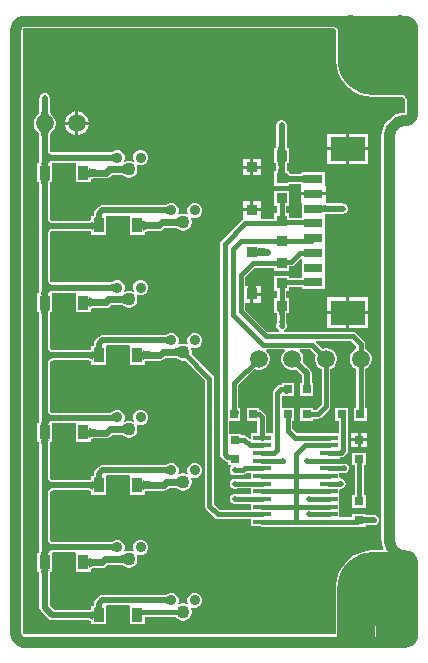
<source format=gbr>
G04*
G04 #@! TF.GenerationSoftware,Altium Limited,Altium Designer,24.1.2 (44)*
G04*
G04 Layer_Physical_Order=2*
G04 Layer_Color=16711680*
%FSLAX44Y44*%
%MOMM*%
G71*
G04*
G04 #@! TF.SameCoordinates,BBC2EA18-74A8-411A-9B9A-F0C275BE575F*
G04*
G04*
G04 #@! TF.FilePolarity,Positive*
G04*
G01*
G75*
%ADD11C,0.8890*%
%ADD21C,0.5000*%
%ADD22C,0.3810*%
%ADD23C,0.6000*%
%ADD25R,3.1554X1.8640*%
%ADD26R,6.3304X3.1555*%
%ADD28R,3.1533X6.3308*%
%ADD29C,1.1000*%
%ADD30C,0.9000*%
%ADD31C,0.6000*%
%ADD32C,6.3500*%
%ADD33C,1.0000*%
%ADD34C,0.5000*%
%ADD35R,1.6000X0.8000*%
%ADD36R,3.0000X2.1000*%
%ADD37R,1.5000X0.4000*%
%ADD38R,0.9500X0.9000*%
%ADD39R,0.7000X0.8000*%
%ADD40C,1.5000*%
%ADD41R,0.9100X1.2200*%
%ADD42R,0.9100X1.2200*%
%ADD43R,0.8000X0.7000*%
%ADD44C,0.4000*%
%ADD45C,0.2794*%
%ADD46R,2.8312X3.6948*%
%ADD47R,3.1750X4.7371*%
G36*
X333000Y526110D02*
X332080Y526040D01*
X331378Y525829D01*
X330893Y525477D01*
X330626Y524985D01*
X330577Y524352D01*
X330746Y523578D01*
X331132Y522663D01*
X331680Y521705D01*
X332657Y521154D01*
X333573Y520778D01*
X334348Y520623D01*
X334982Y520689D01*
X335475Y520976D01*
X335827Y521484D01*
X336038Y522213D01*
X336109Y523163D01*
X344999Y521576D01*
X344945Y519199D01*
X344513Y513960D01*
X343650Y508077D01*
X341747Y499000D01*
X343650Y489923D01*
X344513Y484040D01*
X344945Y478801D01*
X344999Y476424D01*
X336109Y463422D01*
X329065Y474394D01*
X329712Y476424D01*
X336912Y499000D01*
X330161Y520171D01*
X309000Y526910D01*
X284403Y519076D01*
X273424Y526110D01*
X286437Y535000D01*
X294054Y534514D01*
X296914Y534137D01*
X309000Y531600D01*
X321086Y534137D01*
X323946Y534514D01*
X331562Y535000D01*
X333000Y526110D01*
D02*
G37*
G36*
X12000Y524208D02*
X273029D01*
X275435Y522666D01*
Y499000D01*
X275470Y498825D01*
Y496361D01*
X276296Y491148D01*
X277927Y486129D01*
X280323Y481426D01*
X283425Y477157D01*
X287157Y473425D01*
X291426Y470323D01*
X296129Y467926D01*
X301148Y466296D01*
X306361Y465470D01*
X311639D01*
X312113Y465545D01*
X332589D01*
X334207Y463025D01*
Y452692D01*
X330949Y452371D01*
X327053Y451189D01*
X323462Y449270D01*
X320314Y446687D01*
X317731Y443539D01*
X315812Y439948D01*
X314630Y436052D01*
X314236Y432055D01*
X314212Y432055D01*
X314209Y432038D01*
X314212Y432026D01*
X314208Y431903D01*
X314208Y430785D01*
Y92000D01*
X314251Y91782D01*
X314629Y87948D01*
X315811Y84052D01*
X316012Y83676D01*
X315359Y82587D01*
X309000D01*
X308714Y82530D01*
X306361D01*
X301148Y81704D01*
X296129Y80073D01*
X291426Y77677D01*
X287157Y74575D01*
X283425Y70843D01*
X280323Y66574D01*
X277927Y61871D01*
X276296Y56852D01*
X275619Y52579D01*
X275573Y52510D01*
X275435Y51816D01*
Y10792D01*
X12000D01*
X11847Y10761D01*
X11079Y11079D01*
X10761Y11847D01*
X10792Y12000D01*
Y523000D01*
X10761Y523153D01*
X11079Y523921D01*
X11847Y524239D01*
X12000Y524208D01*
D02*
G37*
G36*
X330288Y72667D02*
X332579Y71183D01*
X333510Y70751D01*
X334298Y70525D01*
X334943Y70505D01*
X335444Y70692D01*
X335802Y71086D01*
X336017Y71685D01*
X336088Y72491D01*
X344978Y71753D01*
X344925Y69378D01*
X344497Y64137D01*
X343642Y58244D01*
X341728Y49000D01*
X343642Y39756D01*
X344497Y33863D01*
X344925Y28622D01*
X344978Y26247D01*
X343935Y24738D01*
X344497Y20863D01*
X344925Y15622D01*
X344978Y13247D01*
X336088Y11424D01*
X336017Y12436D01*
X335802Y13220D01*
X335444Y13776D01*
X334943Y14104D01*
X334298Y14204D01*
X333510Y14076D01*
X332579Y13720D01*
X331505Y13135D01*
X330288Y12323D01*
X328927Y11282D01*
X331748Y19991D01*
X328927Y24282D01*
X336933Y49000D01*
X328927Y73718D01*
X330288Y72667D01*
D02*
G37*
%LPC*%
G36*
X57710Y453580D02*
X57658D01*
Y444810D01*
X66428D01*
Y444862D01*
X65744Y447415D01*
X64422Y449705D01*
X62553Y451574D01*
X60263Y452896D01*
X57710Y453580D01*
D02*
G37*
G36*
X55118D02*
X55066D01*
X52513Y452896D01*
X50223Y451574D01*
X48354Y449705D01*
X47032Y447415D01*
X46348Y444862D01*
Y444810D01*
X55118D01*
Y453580D01*
D02*
G37*
G36*
X66428Y442270D02*
X57658D01*
Y433500D01*
X57710D01*
X60263Y434184D01*
X62553Y435506D01*
X64422Y437375D01*
X65744Y439665D01*
X66428Y442218D01*
Y442270D01*
D02*
G37*
G36*
X55118D02*
X46348D01*
Y442218D01*
X47032Y439665D01*
X48354Y437375D01*
X50223Y435506D01*
X52513Y434184D01*
X55066Y433500D01*
X55118D01*
Y442270D01*
D02*
G37*
G36*
X303334Y434888D02*
X287064D01*
Y423118D01*
X303334D01*
Y434888D01*
D02*
G37*
G36*
X284524D02*
X268254D01*
Y423118D01*
X284524D01*
Y434888D01*
D02*
G37*
G36*
X303334Y420578D02*
X287064D01*
Y408808D01*
X303334D01*
Y420578D01*
D02*
G37*
G36*
X284524D02*
X268254D01*
Y408808D01*
X284524D01*
Y420578D01*
D02*
G37*
G36*
X29150Y469184D02*
X28728Y469100D01*
X28299D01*
X27901Y468936D01*
X27480Y468852D01*
X27123Y468613D01*
X26726Y468448D01*
X26422Y468144D01*
X26064Y467906D01*
X25826Y467548D01*
X25522Y467244D01*
X25357Y466847D01*
X25118Y466490D01*
X25034Y466068D01*
X24870Y465671D01*
Y465242D01*
X24786Y464820D01*
Y454616D01*
X24749Y454229D01*
X24646Y453613D01*
X24506Y453045D01*
X24330Y452523D01*
X24121Y452045D01*
X23879Y451606D01*
X23602Y451203D01*
X23290Y450830D01*
X22877Y450424D01*
X22873Y450418D01*
X22867Y450414D01*
X22801Y450314D01*
X21724Y449238D01*
X20502Y447122D01*
X19870Y444762D01*
Y442318D01*
X20502Y439958D01*
X21724Y437842D01*
X22801Y436766D01*
X22867Y436666D01*
X22873Y436662D01*
X22877Y436656D01*
X23290Y436250D01*
X23602Y435877D01*
X23879Y435473D01*
X24121Y435035D01*
X24330Y434557D01*
X24506Y434035D01*
X24646Y433467D01*
X24749Y432851D01*
X24786Y432464D01*
Y414500D01*
Y411580D01*
X24763Y411255D01*
X24679Y410634D01*
X24574Y410148D01*
X24462Y409809D01*
X24398Y409680D01*
X22820D01*
Y407892D01*
X22816Y407869D01*
X22820Y407847D01*
Y395753D01*
X22816Y395731D01*
X22820Y395708D01*
Y393920D01*
X24398D01*
X24462Y393791D01*
X24574Y393452D01*
X24673Y392995D01*
X24786Y391874D01*
Y356782D01*
Y304500D01*
Y301580D01*
X24763Y301255D01*
X24679Y300634D01*
X24574Y300148D01*
X24462Y299809D01*
X24398Y299680D01*
X22820D01*
Y297892D01*
X22816Y297869D01*
X22820Y297847D01*
Y285753D01*
X22816Y285730D01*
X22820Y285708D01*
Y283920D01*
X24398D01*
X24462Y283791D01*
X24574Y283452D01*
X24673Y282995D01*
X24786Y281874D01*
Y247100D01*
Y194221D01*
Y191580D01*
X24763Y191255D01*
X24679Y190634D01*
X24574Y190148D01*
X24462Y189809D01*
X24398Y189680D01*
X22820D01*
Y187892D01*
X22816Y187869D01*
X22820Y187847D01*
Y175753D01*
X22816Y175730D01*
X22820Y175708D01*
Y173920D01*
X24398D01*
X24462Y173791D01*
X24574Y173452D01*
X24673Y172995D01*
X24786Y171874D01*
Y137100D01*
Y84782D01*
Y81580D01*
X24763Y81255D01*
X24679Y80634D01*
X24574Y80148D01*
X24462Y79809D01*
X24398Y79680D01*
X22820D01*
Y77892D01*
X22816Y77870D01*
X22820Y77847D01*
Y65753D01*
X22816Y65731D01*
X22820Y65708D01*
Y63920D01*
X24398D01*
X24462Y63791D01*
X24574Y63452D01*
X24673Y62996D01*
X24786Y61874D01*
Y33588D01*
X25118Y31918D01*
X26064Y30502D01*
X32552Y24014D01*
X33968Y23068D01*
X35638Y22736D01*
X66572D01*
X67001Y22698D01*
X67594Y22599D01*
X68049Y22477D01*
X68358Y22350D01*
X68529Y22246D01*
X68589Y22190D01*
X68595Y22182D01*
X68598Y22173D01*
X68620Y21963D01*
Y19220D01*
X81280D01*
Y34980D01*
X82361Y35436D01*
X100239D01*
X101320Y34980D01*
Y19220D01*
X113980D01*
Y25946D01*
X140119D01*
X140475Y25330D01*
X141830Y23975D01*
X143490Y23016D01*
X145342Y22520D01*
X147258D01*
X149110Y23016D01*
X150770Y23975D01*
X152126Y25330D01*
X153084Y26990D01*
X153580Y28842D01*
Y30758D01*
X153084Y32610D01*
X152818Y33070D01*
X153702Y34079D01*
X155051Y33520D01*
X157549D01*
X159857Y34476D01*
X161624Y36243D01*
X162580Y38551D01*
Y41049D01*
X161624Y43357D01*
X159857Y45124D01*
X157549Y46080D01*
X155051D01*
X152743Y45124D01*
X150976Y43357D01*
X150020Y41049D01*
Y38551D01*
X150578Y37202D01*
X149570Y36318D01*
X149110Y36584D01*
X147258Y37080D01*
X145342D01*
X143490Y36584D01*
X143030Y36318D01*
X142022Y37202D01*
X142580Y38551D01*
Y41049D01*
X141624Y43357D01*
X139857Y45124D01*
X137549Y46080D01*
X135051D01*
X132743Y45124D01*
X132006Y44387D01*
X131919Y44339D01*
X131901Y44325D01*
X131890Y44320D01*
X131779Y44284D01*
X131599Y44242D01*
X131395Y44207D01*
X130836Y44164D01*
X77879D01*
X76209Y43832D01*
X74793Y42886D01*
X71864Y39957D01*
X70918Y38541D01*
X70586Y36871D01*
Y35616D01*
X70544Y35220D01*
X70502Y34980D01*
X68620D01*
Y32237D01*
X68598Y32027D01*
X68595Y32018D01*
X68589Y32009D01*
X68529Y31954D01*
X68358Y31850D01*
X68049Y31723D01*
X67594Y31601D01*
X67001Y31502D01*
X66572Y31464D01*
X37446D01*
X33514Y35396D01*
Y62020D01*
X33537Y62345D01*
X33621Y62966D01*
X33726Y63452D01*
X33838Y63791D01*
X33902Y63920D01*
X35480D01*
Y65708D01*
X35484Y65731D01*
X35480Y65753D01*
Y77847D01*
X35484Y77870D01*
X35480Y77892D01*
Y79680D01*
X36444Y80418D01*
X54556D01*
X55520Y79680D01*
Y63920D01*
X68180D01*
Y65951D01*
X68182Y65966D01*
X68215Y66059D01*
X68271Y66142D01*
X68402Y66264D01*
X68665Y66424D01*
X69089Y66596D01*
X69678Y66754D01*
X70427Y66878D01*
X70975Y66926D01*
X77896D01*
X79761Y67297D01*
X81342Y68354D01*
X82615Y69626D01*
X93934D01*
X94099Y69616D01*
X94462Y69570D01*
X94778Y69512D01*
X95026Y69451D01*
X95200Y69392D01*
X95296Y69349D01*
X95314Y69338D01*
X95396Y69268D01*
X95488Y69216D01*
X96030Y68675D01*
X97690Y67716D01*
X99542Y67220D01*
X101458D01*
X103310Y67716D01*
X104970Y68675D01*
X106325Y70030D01*
X107284Y71690D01*
X107780Y73542D01*
Y75458D01*
X107284Y77310D01*
X107018Y77770D01*
X107902Y78779D01*
X109251Y78220D01*
X111749D01*
X114057Y79176D01*
X115824Y80943D01*
X116780Y83251D01*
Y85749D01*
X115824Y88057D01*
X114057Y89824D01*
X111749Y90780D01*
X109251D01*
X106943Y89824D01*
X105176Y88057D01*
X104220Y85749D01*
Y83251D01*
X104778Y81903D01*
X103770Y81018D01*
X103310Y81284D01*
X101458Y81780D01*
X99542D01*
X97690Y81284D01*
X97230Y81018D01*
X96222Y81903D01*
X96780Y83251D01*
Y85749D01*
X95824Y88057D01*
X94057Y89824D01*
X91749Y90780D01*
X89251D01*
X86943Y89824D01*
X86435Y89316D01*
X86412Y89305D01*
X86397Y89294D01*
X86372Y89285D01*
X86248Y89250D01*
X86056Y89211D01*
X85834Y89178D01*
X85352Y89146D01*
X35865D01*
X35297Y89246D01*
X34822Y89404D01*
X34464Y89597D01*
X34190Y89822D01*
X33965Y90096D01*
X33772Y90455D01*
X33614Y90929D01*
X33514Y91497D01*
Y130385D01*
X33614Y130953D01*
X33772Y131427D01*
X33965Y131786D01*
X34190Y132060D01*
X34464Y132285D01*
X34822Y132478D01*
X35297Y132636D01*
X35865Y132736D01*
X66572D01*
X67001Y132698D01*
X67594Y132599D01*
X68049Y132477D01*
X68358Y132351D01*
X68529Y132246D01*
X68589Y132191D01*
X68595Y132182D01*
X68598Y132172D01*
X68620Y131963D01*
Y129220D01*
X81280D01*
Y144980D01*
X82361Y145436D01*
X100239D01*
X101320Y144980D01*
Y129220D01*
X113980D01*
Y131441D01*
X113982Y131460D01*
X114016Y131554D01*
X114073Y131639D01*
X114205Y131761D01*
X114469Y131922D01*
X114893Y132094D01*
X115482Y132252D01*
X116229Y132376D01*
X116777Y132424D01*
X129932D01*
X131797Y132795D01*
X133378Y133852D01*
X134155Y134628D01*
X139991D01*
X140524Y134579D01*
X140833Y134529D01*
X141092Y134472D01*
X141278Y134416D01*
X141384Y134373D01*
X141406Y134361D01*
X141486Y134300D01*
X141523Y134282D01*
X141830Y133975D01*
X143490Y133016D01*
X145342Y132520D01*
X147258D01*
X149110Y133016D01*
X150770Y133975D01*
X152126Y135330D01*
X153084Y136990D01*
X153580Y138842D01*
Y140758D01*
X153084Y142610D01*
X152818Y143070D01*
X153702Y144079D01*
X155051Y143520D01*
X157549D01*
X159857Y144476D01*
X161624Y146243D01*
X162580Y148551D01*
Y151049D01*
X161624Y153357D01*
X159857Y155124D01*
X157549Y156080D01*
X155051D01*
X152743Y155124D01*
X150976Y153357D01*
X150020Y151049D01*
Y148551D01*
X150578Y147203D01*
X149570Y146318D01*
X149110Y146584D01*
X147258Y147080D01*
X145342D01*
X143490Y146584D01*
X143030Y146318D01*
X142022Y147203D01*
X142580Y148551D01*
Y151049D01*
X141624Y153357D01*
X139857Y155124D01*
X137549Y156080D01*
X135051D01*
X132743Y155124D01*
X132006Y154388D01*
X131919Y154340D01*
X131901Y154325D01*
X131890Y154320D01*
X131779Y154284D01*
X131599Y154242D01*
X131395Y154207D01*
X130836Y154164D01*
X77879D01*
X76209Y153832D01*
X74793Y152886D01*
X71864Y149957D01*
X70918Y148541D01*
X70586Y146871D01*
Y145616D01*
X70544Y145220D01*
X70502Y144980D01*
X68620D01*
Y142237D01*
X68598Y142028D01*
X68595Y142018D01*
X68589Y142009D01*
X68529Y141954D01*
X68358Y141849D01*
X68049Y141723D01*
X67594Y141601D01*
X67001Y141502D01*
X66572Y141464D01*
X35865D01*
X35297Y141564D01*
X34822Y141722D01*
X34464Y141915D01*
X34190Y142140D01*
X33965Y142414D01*
X33772Y142773D01*
X33614Y143247D01*
X33514Y143815D01*
Y172020D01*
X33537Y172345D01*
X33621Y172966D01*
X33726Y173452D01*
X33838Y173791D01*
X33902Y173920D01*
X35480D01*
Y175708D01*
X35484Y175730D01*
X35480Y175753D01*
Y187847D01*
X35484Y187869D01*
X35480Y187892D01*
Y189680D01*
X36676Y189858D01*
X54324D01*
X55520Y189680D01*
Y173920D01*
X66352D01*
X66374Y173916D01*
X66396Y173920D01*
X68180D01*
Y175593D01*
X68211Y175885D01*
X68241Y175969D01*
X68293Y176046D01*
X68422Y176164D01*
X68683Y176321D01*
X69104Y176491D01*
X69690Y176647D01*
X70436Y176769D01*
X70973Y176816D01*
X81360D01*
X83225Y177187D01*
X84806Y178243D01*
X86189Y179626D01*
X93934D01*
X94099Y179616D01*
X94462Y179570D01*
X94778Y179512D01*
X95026Y179451D01*
X95200Y179392D01*
X95296Y179349D01*
X95314Y179338D01*
X95396Y179268D01*
X95488Y179216D01*
X96030Y178675D01*
X97690Y177716D01*
X99542Y177220D01*
X101458D01*
X103310Y177716D01*
X104970Y178675D01*
X106325Y180030D01*
X107284Y181690D01*
X107780Y183542D01*
Y185458D01*
X107284Y187310D01*
X107018Y187770D01*
X107902Y188778D01*
X109251Y188220D01*
X111749D01*
X114057Y189176D01*
X115824Y190943D01*
X116780Y193251D01*
Y195749D01*
X115824Y198057D01*
X114057Y199824D01*
X111749Y200780D01*
X109251D01*
X106943Y199824D01*
X105176Y198057D01*
X104220Y195749D01*
Y193251D01*
X104778Y191903D01*
X103770Y191018D01*
X103310Y191284D01*
X101458Y191780D01*
X99542D01*
X97690Y191284D01*
X97230Y191018D01*
X96222Y191903D01*
X96780Y193251D01*
Y195749D01*
X95824Y198057D01*
X94057Y199824D01*
X91749Y200780D01*
X89251D01*
X86943Y199824D01*
X85935Y198816D01*
X85848Y198761D01*
X85836Y198750D01*
X85744Y198717D01*
X85579Y198673D01*
X85392Y198637D01*
X84789Y198585D01*
X35865D01*
X35297Y198685D01*
X34822Y198844D01*
X34464Y199037D01*
X34190Y199261D01*
X33965Y199536D01*
X33772Y199894D01*
X33614Y200368D01*
X33514Y200936D01*
Y240385D01*
X33614Y240953D01*
X33772Y241427D01*
X33965Y241786D01*
X34190Y242060D01*
X34464Y242285D01*
X34822Y242478D01*
X35297Y242636D01*
X35865Y242736D01*
X66572D01*
X67001Y242698D01*
X67594Y242599D01*
X68049Y242477D01*
X68358Y242350D01*
X68529Y242246D01*
X68589Y242190D01*
X68595Y242182D01*
X68598Y242173D01*
X68620Y241963D01*
Y239220D01*
X81280D01*
Y254980D01*
X82361Y255436D01*
X100239D01*
X101320Y254980D01*
Y239220D01*
X113980D01*
Y241539D01*
X113982Y241558D01*
X114016Y241652D01*
X114073Y241737D01*
X114205Y241859D01*
X114469Y242020D01*
X114893Y242192D01*
X115482Y242350D01*
X116229Y242474D01*
X116777Y242522D01*
X127000D01*
X128865Y242893D01*
X130446Y243950D01*
X131423Y244926D01*
X139734D01*
X139899Y244916D01*
X140262Y244870D01*
X140578Y244812D01*
X140826Y244751D01*
X141000Y244692D01*
X141096Y244649D01*
X141114Y244638D01*
X141196Y244568D01*
X141288Y244517D01*
X141830Y243974D01*
X143490Y243016D01*
X145342Y242520D01*
X147258D01*
X147945Y242704D01*
X164802Y225848D01*
Y119888D01*
X165095Y118413D01*
X165931Y117163D01*
X173331Y109763D01*
X174581Y108927D01*
X176056Y108634D01*
X176056Y108634D01*
X203857D01*
Y102208D01*
X212764D01*
X213137Y102134D01*
X242097D01*
X242097Y102134D01*
X242097Y102134D01*
X289653D01*
Y102120D01*
X301213D01*
Y103184D01*
X307700D01*
X308122Y103268D01*
X308699D01*
X309233Y103489D01*
X309370Y103517D01*
X309486Y103594D01*
X310272Y103920D01*
X311476Y105124D01*
X312128Y106697D01*
Y108399D01*
X311476Y109973D01*
X310272Y111177D01*
X309486Y111502D01*
X309370Y111580D01*
X309233Y111607D01*
X308699Y111828D01*
X308122D01*
X307700Y111912D01*
X301213D01*
Y112680D01*
X289653D01*
Y109842D01*
X278805D01*
Y121708D01*
Y133025D01*
X279654Y134066D01*
X280075Y134150D01*
X280505D01*
X280903Y134314D01*
X281324Y134398D01*
X281681Y134637D01*
X282078Y134802D01*
X282382Y135106D01*
X282740Y135344D01*
X282798Y135402D01*
X283036Y135760D01*
X283282Y136006D01*
X283416Y136327D01*
X283744Y136818D01*
X283859Y137397D01*
X283934Y137579D01*
Y137775D01*
X284076Y138488D01*
X283934Y139201D01*
Y139281D01*
X283903Y139355D01*
X283744Y140158D01*
X283289Y140838D01*
X283282Y140854D01*
X283270Y140867D01*
X282798Y141574D01*
X282091Y142046D01*
X282078Y142058D01*
X282062Y142065D01*
X281382Y142520D01*
X280579Y142679D01*
X280505Y142710D01*
X280425D01*
X279712Y142852D01*
X278805Y143966D01*
Y147634D01*
X280568D01*
X281597Y147208D01*
X283299D01*
X284872Y147860D01*
X286076Y149064D01*
X286728Y150637D01*
Y152339D01*
X286076Y153912D01*
X284872Y155116D01*
X283299Y155768D01*
X281597D01*
X280835Y155452D01*
X279565Y155998D01*
Y156718D01*
X269525D01*
Y159258D01*
X279565D01*
Y160826D01*
X279921D01*
X281359Y161112D01*
X282578Y161926D01*
X284810Y164158D01*
X285624Y165377D01*
X285910Y166815D01*
Y195005D01*
X285828Y195419D01*
Y202890D01*
X275268D01*
Y191330D01*
X278396D01*
Y181268D01*
X269897D01*
X269525Y181342D01*
X242525D01*
X238894Y184972D01*
Y191330D01*
X240320D01*
Y202890D01*
X229932D01*
Y212406D01*
X240320D01*
Y223966D01*
X229760D01*
Y222040D01*
X229030D01*
X227555Y221747D01*
X226305Y220911D01*
X223353Y217959D01*
X222517Y216709D01*
X222224Y215234D01*
Y181268D01*
X216991D01*
Y194777D01*
X216697Y196252D01*
X215862Y197502D01*
X213519Y199845D01*
X212268Y200681D01*
X210803Y200972D01*
Y202900D01*
X200243D01*
Y191340D01*
X209283D01*
Y181268D01*
X203857D01*
Y176887D01*
X202683Y176401D01*
X200907Y178177D01*
X199657Y179013D01*
X198182Y179306D01*
X195803D01*
Y180732D01*
X185400D01*
Y191340D01*
X194803D01*
Y198852D01*
X194875Y199215D01*
X194803Y199578D01*
Y202900D01*
X193280D01*
Y221834D01*
X206926Y235479D01*
X209090Y234899D01*
X211534D01*
X213894Y235532D01*
X216010Y236753D01*
X217738Y238481D01*
X218960Y240597D01*
X219592Y242957D01*
Y245401D01*
X218960Y247761D01*
X217738Y249877D01*
X216610Y251005D01*
X217136Y252275D01*
X232020D01*
X232546Y251005D01*
X231419Y249877D01*
X230197Y247761D01*
X229565Y245401D01*
Y242957D01*
X230197Y240597D01*
X231419Y238481D01*
X233147Y236753D01*
X235263Y235532D01*
X237623Y234899D01*
X240066D01*
X241555Y235298D01*
X246676Y230176D01*
Y223966D01*
X245760D01*
Y212406D01*
X256320D01*
Y223966D01*
X255404D01*
Y231984D01*
X255072Y233654D01*
X254126Y235069D01*
X247726Y241469D01*
X248125Y242957D01*
Y245401D01*
X247492Y247761D01*
X246271Y249877D01*
X245143Y251005D01*
X245669Y252275D01*
X253968D01*
X258677Y247566D01*
X258097Y245401D01*
Y242957D01*
X258730Y240597D01*
X259951Y238481D01*
X261679Y236753D01*
X263620Y235633D01*
Y205434D01*
X259054Y200867D01*
X256320D01*
Y202890D01*
X245760D01*
Y191330D01*
X256320D01*
Y193353D01*
X260610D01*
X262048Y193639D01*
X263267Y194453D01*
X270034Y201220D01*
X270849Y202439D01*
X271134Y203877D01*
Y235633D01*
X273075Y236753D01*
X274803Y238481D01*
X276025Y240597D01*
X276657Y242957D01*
Y245401D01*
X276025Y247761D01*
X274803Y249877D01*
X273075Y251605D01*
X270959Y252827D01*
X268599Y253459D01*
X266155D01*
X263991Y252879D01*
X258499Y258371D01*
X258943Y259625D01*
X258956Y259641D01*
X288512D01*
X292915Y255238D01*
Y252726D01*
X290974Y251605D01*
X289246Y249877D01*
X288024Y247761D01*
X287392Y245401D01*
Y242957D01*
X288024Y240597D01*
X289246Y238481D01*
X290974Y236753D01*
X292915Y235633D01*
Y202890D01*
X291268D01*
Y191330D01*
X301828D01*
Y202890D01*
X300429D01*
Y235633D01*
X302370Y236753D01*
X304098Y238481D01*
X305319Y240597D01*
X305952Y242957D01*
Y245401D01*
X305319Y247761D01*
X304098Y249877D01*
X302370Y251605D01*
X300429Y252726D01*
Y256794D01*
X300143Y258232D01*
X299329Y259451D01*
X292725Y266055D01*
X291506Y266869D01*
X290068Y267155D01*
X231819D01*
X231567Y268425D01*
X232132Y268660D01*
X233336Y269864D01*
X233988Y271437D01*
Y273139D01*
X233592Y274096D01*
X233590Y274265D01*
X233623Y274430D01*
X233586Y274615D01*
X233584Y274804D01*
X233518Y274959D01*
X233505Y275024D01*
X233465Y275606D01*
Y281784D01*
X233491Y282080D01*
X233561Y282500D01*
X233642Y282805D01*
X233690Y282924D01*
X236238D01*
Y295484D01*
X233465D01*
Y301924D01*
X236238D01*
Y305091D01*
X247014D01*
Y303068D01*
X266574D01*
Y314298D01*
X266574Y314628D01*
Y315568D01*
X266574Y315898D01*
Y326798D01*
X266574Y327128D01*
Y328068D01*
X266574Y328398D01*
Y339628D01*
X266574Y339628D01*
Y340568D01*
X266574D01*
X266574Y340898D01*
Y352128D01*
X266574D01*
Y353068D01*
X266574D01*
Y364298D01*
X266574Y364628D01*
Y365568D01*
X266574Y365898D01*
Y366749D01*
X266918Y366832D01*
X267422Y366911D01*
X268414Y366984D01*
X281686D01*
X282108Y367068D01*
X282537D01*
X282934Y367233D01*
X283356Y367316D01*
X283713Y367555D01*
X284110Y367720D01*
X284414Y368024D01*
X284772Y368262D01*
X285010Y368620D01*
X285314Y368924D01*
X285479Y369321D01*
X285718Y369678D01*
X285802Y370099D01*
X285966Y370497D01*
Y370927D01*
X286050Y371348D01*
X285966Y371769D01*
Y372199D01*
X285802Y372597D01*
X285718Y373018D01*
X285479Y373375D01*
X285314Y373772D01*
X285010Y374076D01*
X284772Y374434D01*
X284414Y374672D01*
X284110Y374976D01*
X283713Y375141D01*
X283356Y375380D01*
X282934Y375463D01*
X282537Y375628D01*
X282108D01*
X281686Y375712D01*
X268293D01*
X268082Y375719D01*
X267721Y375754D01*
X267331Y376343D01*
X267176Y377109D01*
X267334Y377308D01*
X267334Y378083D01*
Y382578D01*
X256794D01*
X246254D01*
Y378083D01*
X246254Y377308D01*
X247014Y376353D01*
Y376038D01*
Y365898D01*
X247014Y365568D01*
Y364628D01*
X246050Y363559D01*
X236238D01*
Y367317D01*
X233562D01*
Y373757D01*
X236238D01*
Y386317D01*
X223178D01*
Y373757D01*
X225854D01*
Y367317D01*
X223178D01*
Y362702D01*
X212939D01*
X211998Y363497D01*
X211998Y363972D01*
Y369267D01*
X204708D01*
X197418D01*
Y363666D01*
X197418Y363497D01*
X197367Y362248D01*
X196357Y361573D01*
X178820Y344037D01*
X177985Y342786D01*
X177691Y341312D01*
Y163295D01*
X177985Y161820D01*
X178820Y160570D01*
X181164Y158227D01*
X182414Y157391D01*
X183889Y157098D01*
X184243D01*
Y154172D01*
X186546D01*
X187072Y152902D01*
X186394Y152224D01*
X185743Y150651D01*
Y148949D01*
X186394Y147376D01*
X187598Y146172D01*
X189171Y145520D01*
X190874D01*
X191902Y145946D01*
X197448D01*
X198923Y146239D01*
X200173Y147075D01*
X200732Y147634D01*
X203857D01*
Y142342D01*
X191902D01*
X190874Y142768D01*
X189171D01*
X187598Y142116D01*
X186394Y140912D01*
X185743Y139339D01*
Y137637D01*
X186394Y136064D01*
X187598Y134860D01*
X189171Y134208D01*
X190874D01*
X191902Y134634D01*
X203857D01*
Y129342D01*
X191902D01*
X190874Y129768D01*
X189171D01*
X187598Y129116D01*
X186394Y127912D01*
X185743Y126339D01*
Y124637D01*
X186394Y123064D01*
X187598Y121860D01*
X189171Y121208D01*
X190874D01*
X191902Y121634D01*
X203857D01*
Y116342D01*
X177652D01*
X172510Y121484D01*
Y227444D01*
X172217Y228919D01*
X171381Y230169D01*
X153396Y248155D01*
X153580Y248842D01*
Y250758D01*
X153084Y252610D01*
X152818Y253070D01*
X153702Y254079D01*
X155051Y253520D01*
X157549D01*
X159857Y254476D01*
X161624Y256243D01*
X162580Y258551D01*
Y261049D01*
X161624Y263357D01*
X159857Y265124D01*
X157549Y266080D01*
X155051D01*
X152743Y265124D01*
X150976Y263357D01*
X150020Y261049D01*
Y258551D01*
X150578Y257202D01*
X149570Y256318D01*
X149110Y256584D01*
X147258Y257080D01*
X145342D01*
X143490Y256584D01*
X143030Y256318D01*
X142022Y257202D01*
X142580Y258551D01*
Y261049D01*
X141624Y263357D01*
X139857Y265124D01*
X137549Y266080D01*
X135051D01*
X132743Y265124D01*
X132006Y264387D01*
X131919Y264340D01*
X131901Y264325D01*
X131890Y264320D01*
X131779Y264284D01*
X131599Y264242D01*
X131395Y264207D01*
X130836Y264164D01*
X77879D01*
X76209Y263832D01*
X74793Y262886D01*
X71864Y259957D01*
X70918Y258541D01*
X70586Y256871D01*
Y255616D01*
X70544Y255220D01*
X70502Y254980D01*
X68620D01*
Y252237D01*
X68598Y252027D01*
X68595Y252018D01*
X68589Y252010D01*
X68529Y251954D01*
X68358Y251849D01*
X68049Y251723D01*
X67594Y251601D01*
X67001Y251502D01*
X66572Y251464D01*
X35865D01*
X35297Y251564D01*
X34822Y251722D01*
X34464Y251915D01*
X34190Y252140D01*
X33965Y252414D01*
X33772Y252772D01*
X33614Y253247D01*
X33514Y253815D01*
Y282020D01*
X33537Y282345D01*
X33621Y282966D01*
X33726Y283452D01*
X33838Y283791D01*
X33902Y283920D01*
X35480D01*
Y285708D01*
X35484Y285730D01*
X35480Y285753D01*
Y297847D01*
X35484Y297869D01*
X35480Y297892D01*
Y299680D01*
X36561Y300136D01*
X54439D01*
X55520Y299680D01*
Y283920D01*
X68180D01*
Y286243D01*
X68182Y286262D01*
X68216Y286356D01*
X68273Y286441D01*
X68405Y286563D01*
X68669Y286724D01*
X69093Y286896D01*
X69682Y287054D01*
X70429Y287178D01*
X70977Y287226D01*
X80772D01*
X82637Y287597D01*
X84218Y288654D01*
X85191Y289626D01*
X93934D01*
X94099Y289616D01*
X94462Y289570D01*
X94778Y289512D01*
X95026Y289451D01*
X95200Y289392D01*
X95296Y289349D01*
X95314Y289338D01*
X95396Y289268D01*
X95488Y289216D01*
X96030Y288675D01*
X97690Y287716D01*
X99542Y287220D01*
X101458D01*
X103310Y287716D01*
X104970Y288675D01*
X106325Y290030D01*
X107284Y291690D01*
X107780Y293542D01*
Y295458D01*
X107284Y297310D01*
X107018Y297770D01*
X107902Y298778D01*
X109251Y298220D01*
X111749D01*
X114057Y299176D01*
X115824Y300943D01*
X116780Y303251D01*
Y305749D01*
X115824Y308057D01*
X114057Y309824D01*
X111749Y310780D01*
X109251D01*
X106943Y309824D01*
X105176Y308057D01*
X104220Y305749D01*
Y303251D01*
X104778Y301903D01*
X103770Y301018D01*
X103310Y301284D01*
X101458Y301780D01*
X99542D01*
X97690Y301284D01*
X97230Y301018D01*
X96222Y301903D01*
X96780Y303251D01*
Y305749D01*
X95824Y308057D01*
X94057Y309824D01*
X91749Y310780D01*
X89251D01*
X86943Y309824D01*
X86206Y309088D01*
X86119Y309039D01*
X86101Y309025D01*
X86090Y309020D01*
X85979Y308984D01*
X85799Y308942D01*
X85595Y308907D01*
X85036Y308864D01*
X35865D01*
X35297Y308964D01*
X34822Y309122D01*
X34464Y309315D01*
X34190Y309540D01*
X33965Y309814D01*
X33772Y310173D01*
X33614Y310647D01*
X33514Y311215D01*
Y350067D01*
X33614Y350635D01*
X33772Y351110D01*
X33965Y351468D01*
X34190Y351743D01*
X34464Y351967D01*
X34822Y352160D01*
X35297Y352318D01*
X35865Y352418D01*
X66572D01*
X67001Y352380D01*
X67594Y352282D01*
X68049Y352159D01*
X68358Y352033D01*
X68529Y351928D01*
X68589Y351873D01*
X68595Y351864D01*
X68598Y351855D01*
X68620Y351645D01*
Y349220D01*
X81280D01*
Y364980D01*
X82361Y365436D01*
X100239D01*
X101320Y364980D01*
Y349220D01*
X113980D01*
Y351275D01*
X113982Y351290D01*
X114015Y351383D01*
X114071Y351466D01*
X114202Y351588D01*
X114465Y351748D01*
X114889Y351920D01*
X115478Y352078D01*
X116227Y352202D01*
X116775Y352250D01*
X126238D01*
X128103Y352621D01*
X129684Y353678D01*
X130933Y354926D01*
X139734D01*
X139899Y354916D01*
X140262Y354870D01*
X140578Y354812D01*
X140826Y354751D01*
X141000Y354692D01*
X141096Y354649D01*
X141114Y354637D01*
X141196Y354568D01*
X141288Y354516D01*
X141830Y353975D01*
X143490Y353016D01*
X145342Y352520D01*
X147258D01*
X149110Y353016D01*
X150770Y353975D01*
X152126Y355330D01*
X153084Y356990D01*
X153580Y358842D01*
Y360758D01*
X153084Y362610D01*
X152818Y363070D01*
X153702Y364078D01*
X155051Y363520D01*
X157549D01*
X159857Y364476D01*
X161624Y366243D01*
X162580Y368551D01*
Y371049D01*
X161624Y373357D01*
X159857Y375124D01*
X157549Y376080D01*
X155051D01*
X152743Y375124D01*
X150976Y373357D01*
X150020Y371049D01*
Y368551D01*
X150578Y367202D01*
X149570Y366318D01*
X149110Y366584D01*
X147258Y367080D01*
X145342D01*
X143490Y366584D01*
X143030Y366318D01*
X142022Y367202D01*
X142580Y368551D01*
Y371049D01*
X141624Y373357D01*
X139857Y375124D01*
X137549Y376080D01*
X135051D01*
X132743Y375124D01*
X132006Y374388D01*
X131919Y374339D01*
X131901Y374325D01*
X131890Y374320D01*
X131779Y374284D01*
X131599Y374242D01*
X131395Y374207D01*
X130836Y374164D01*
X77879D01*
X76209Y373832D01*
X74793Y372886D01*
X71864Y369957D01*
X70918Y368541D01*
X70586Y366871D01*
Y365616D01*
X70544Y365220D01*
X70502Y364980D01*
X68620D01*
Y361919D01*
X68598Y361710D01*
X68595Y361700D01*
X68589Y361692D01*
X68529Y361636D01*
X68358Y361532D01*
X68049Y361405D01*
X67594Y361283D01*
X67001Y361184D01*
X66572Y361146D01*
X35865D01*
X35297Y361246D01*
X34822Y361404D01*
X34464Y361597D01*
X34190Y361822D01*
X33965Y362096D01*
X33772Y362455D01*
X33614Y362929D01*
X33514Y363497D01*
Y392020D01*
X33537Y392345D01*
X33621Y392966D01*
X33726Y393452D01*
X33838Y393791D01*
X33902Y393920D01*
X35480D01*
Y395708D01*
X35484Y395731D01*
X35480Y395753D01*
Y407847D01*
X35484Y407869D01*
X35480Y407892D01*
Y409680D01*
X36561Y410136D01*
X54439D01*
X55520Y409680D01*
Y393920D01*
X68180D01*
Y395951D01*
X68182Y395966D01*
X68215Y396059D01*
X68271Y396142D01*
X68402Y396264D01*
X68665Y396424D01*
X69089Y396596D01*
X69678Y396754D01*
X70427Y396878D01*
X70975Y396926D01*
X81252D01*
X83117Y397297D01*
X84698Y398354D01*
X85971Y399626D01*
X93934D01*
X94099Y399616D01*
X94462Y399570D01*
X94778Y399512D01*
X95026Y399451D01*
X95200Y399392D01*
X95296Y399349D01*
X95314Y399338D01*
X95396Y399268D01*
X95488Y399216D01*
X96030Y398675D01*
X97690Y397716D01*
X99542Y397220D01*
X101458D01*
X103310Y397716D01*
X104970Y398675D01*
X106325Y400030D01*
X107284Y401690D01*
X107780Y403542D01*
Y405458D01*
X107284Y407310D01*
X107018Y407770D01*
X107902Y408778D01*
X109251Y408220D01*
X111749D01*
X114057Y409176D01*
X115824Y410943D01*
X116780Y413251D01*
Y415749D01*
X115824Y418057D01*
X114057Y419824D01*
X111749Y420780D01*
X109251D01*
X106943Y419824D01*
X105176Y418057D01*
X104220Y415749D01*
Y413251D01*
X104778Y411903D01*
X103770Y411018D01*
X103310Y411284D01*
X101458Y411780D01*
X99542D01*
X97690Y411284D01*
X97230Y411018D01*
X96222Y411903D01*
X96780Y413251D01*
Y415749D01*
X95824Y418057D01*
X94057Y419824D01*
X91749Y420780D01*
X89251D01*
X86943Y419824D01*
X86206Y419087D01*
X86119Y419039D01*
X86101Y419025D01*
X86090Y419020D01*
X85979Y418984D01*
X85799Y418942D01*
X85595Y418907D01*
X85036Y418864D01*
X35865D01*
X35297Y418964D01*
X34822Y419122D01*
X34464Y419315D01*
X34190Y419540D01*
X33965Y419814D01*
X33772Y420173D01*
X33614Y420647D01*
X33514Y421215D01*
Y432464D01*
X33551Y432851D01*
X33654Y433467D01*
X33794Y434035D01*
X33970Y434557D01*
X34179Y435035D01*
X34421Y435474D01*
X34698Y435877D01*
X35010Y436250D01*
X35423Y436656D01*
X35427Y436662D01*
X35433Y436666D01*
X35499Y436766D01*
X36576Y437842D01*
X37798Y439958D01*
X38430Y442318D01*
Y444762D01*
X37798Y447122D01*
X36576Y449238D01*
X35499Y450314D01*
X35433Y450414D01*
X35427Y450418D01*
X35423Y450424D01*
X35010Y450830D01*
X34698Y451203D01*
X34421Y451607D01*
X34179Y452045D01*
X33970Y452523D01*
X33794Y453045D01*
X33654Y453613D01*
X33551Y454229D01*
X33514Y454616D01*
Y464820D01*
X33430Y465242D01*
Y465671D01*
X33266Y466068D01*
X33182Y466490D01*
X32943Y466847D01*
X32778Y467244D01*
X32474Y467548D01*
X32236Y467906D01*
X31878Y468144D01*
X31574Y468448D01*
X31177Y468613D01*
X30820Y468852D01*
X30398Y468936D01*
X30001Y469100D01*
X29571D01*
X29150Y469184D01*
D02*
G37*
G36*
X211998Y413494D02*
X205978D01*
Y407724D01*
X211998D01*
Y413494D01*
D02*
G37*
G36*
X203438D02*
X197418D01*
Y407724D01*
X203438D01*
Y413494D01*
D02*
G37*
G36*
X211998Y405184D02*
X205978D01*
Y399414D01*
X211998D01*
Y405184D01*
D02*
G37*
G36*
X203438D02*
X197418D01*
Y399414D01*
X203438D01*
Y405184D01*
D02*
G37*
G36*
X229708Y446362D02*
X229286Y446278D01*
X228857D01*
X228459Y446114D01*
X228038Y446030D01*
X227681Y445791D01*
X227283Y445627D01*
X226980Y445323D01*
X226622Y445084D01*
X226384Y444727D01*
X226080Y444423D01*
X225915Y444026D01*
X225676Y443669D01*
X225592Y443247D01*
X225428Y442850D01*
Y442420D01*
X225344Y441998D01*
Y424203D01*
X225315Y423827D01*
X225225Y423218D01*
X225112Y422746D01*
X224993Y422420D01*
X224897Y422243D01*
X224895Y422240D01*
X224844Y422234D01*
X223178D01*
Y420446D01*
X223174Y420423D01*
X223178Y420401D01*
Y411507D01*
X223174Y411484D01*
X223178Y411462D01*
Y409674D01*
X224844D01*
X224895Y409668D01*
X224897Y409665D01*
X224993Y409488D01*
X225112Y409162D01*
X225225Y408690D01*
X225315Y408081D01*
X225344Y407705D01*
Y405203D01*
X225315Y404827D01*
X225225Y404218D01*
X225112Y403746D01*
X224993Y403420D01*
X224897Y403243D01*
X224895Y403240D01*
X224844Y403234D01*
X223178D01*
Y401446D01*
X223174Y401423D01*
X223178Y401401D01*
Y390674D01*
X234405D01*
X234428Y390670D01*
X234450Y390674D01*
X236238D01*
Y392003D01*
X236261Y392012D01*
X236628Y392112D01*
X237114Y392200D01*
X238165Y392287D01*
X245217D01*
X245462Y392272D01*
X246097Y392197D01*
X246124Y392192D01*
X246579Y391140D01*
X246571Y390787D01*
X246254Y390388D01*
X246254Y389613D01*
Y385118D01*
X256794D01*
X267334D01*
Y389613D01*
X267334Y390388D01*
X266574Y391343D01*
Y402128D01*
X248847D01*
X248825Y402132D01*
X248802Y402128D01*
X247014D01*
Y401183D01*
X246783Y401139D01*
X245184Y401015D01*
X238223D01*
X237836Y401046D01*
X237230Y401138D01*
X236761Y401252D01*
X236439Y401372D01*
X236263Y401470D01*
X236248Y401483D01*
X236238Y401566D01*
Y403234D01*
X234572D01*
X234521Y403240D01*
X234519Y403243D01*
X234423Y403420D01*
X234304Y403746D01*
X234191Y404218D01*
X234101Y404827D01*
X234072Y405203D01*
Y407705D01*
X234101Y408081D01*
X234191Y408690D01*
X234304Y409162D01*
X234422Y409488D01*
X234519Y409665D01*
X234521Y409668D01*
X234572Y409674D01*
X236238D01*
Y411462D01*
X236242Y411484D01*
X236238Y411507D01*
Y420401D01*
X236242Y420423D01*
X236238Y420446D01*
Y422234D01*
X234572D01*
X234521Y422240D01*
X234519Y422243D01*
X234423Y422420D01*
X234304Y422746D01*
X234191Y423218D01*
X234101Y423827D01*
X234072Y424203D01*
Y441998D01*
X233988Y442420D01*
Y442850D01*
X233824Y443247D01*
X233740Y443669D01*
X233501Y444026D01*
X233336Y444423D01*
X233032Y444727D01*
X232794Y445084D01*
X232436Y445323D01*
X232132Y445627D01*
X231735Y445791D01*
X231378Y446030D01*
X230956Y446114D01*
X230559Y446278D01*
X230130D01*
X229708Y446362D01*
D02*
G37*
G36*
X211998Y377577D02*
X205978D01*
Y371807D01*
X211998D01*
Y377577D01*
D02*
G37*
G36*
X203438D02*
X197418D01*
Y371807D01*
X203438D01*
Y377577D01*
D02*
G37*
G36*
X303334Y296388D02*
X287064D01*
Y284618D01*
X303334D01*
Y296388D01*
D02*
G37*
G36*
X284524D02*
X268254D01*
Y284618D01*
X284524D01*
Y296388D01*
D02*
G37*
G36*
X303334Y282078D02*
X287064D01*
Y270308D01*
X303334D01*
Y282078D01*
D02*
G37*
G36*
X284524D02*
X268254D01*
Y270308D01*
X284524D01*
Y282078D01*
D02*
G37*
G36*
X301973Y181502D02*
X296703D01*
Y176732D01*
X301973D01*
Y181502D01*
D02*
G37*
G36*
X294163D02*
X288893D01*
Y176732D01*
X294163D01*
Y181502D01*
D02*
G37*
G36*
X301973Y174192D02*
X296703D01*
Y169422D01*
X301973D01*
Y174192D01*
D02*
G37*
G36*
X294163D02*
X288893D01*
Y169422D01*
X294163D01*
Y174192D01*
D02*
G37*
G36*
X301213Y164742D02*
X289653D01*
Y154182D01*
X291579D01*
Y128680D01*
X289653D01*
Y118120D01*
X301213D01*
Y128680D01*
X299287D01*
Y154182D01*
X301213D01*
Y164742D01*
D02*
G37*
%LPD*%
G36*
X31675Y454782D02*
X31750Y453993D01*
X31875Y453245D01*
X32050Y452537D01*
X32275Y451868D01*
X32550Y451240D01*
X32875Y450653D01*
X33250Y450105D01*
X33675Y449598D01*
X34150Y449130D01*
X24150D01*
X24625Y449598D01*
X25050Y450105D01*
X25425Y450653D01*
X25750Y451240D01*
X26025Y451868D01*
X26250Y452537D01*
X26425Y453245D01*
X26550Y453993D01*
X26625Y454782D01*
X26650Y455611D01*
X31650D01*
X31675Y454782D01*
D02*
G37*
G36*
X33675Y437482D02*
X33250Y436975D01*
X32875Y436427D01*
X32550Y435840D01*
X32275Y435212D01*
X32050Y434543D01*
X31875Y433835D01*
X31750Y433087D01*
X31675Y432298D01*
X31650Y431469D01*
X26650D01*
X26625Y432298D01*
X26550Y433087D01*
X26425Y433835D01*
X26250Y434543D01*
X26025Y435212D01*
X25750Y435840D01*
X25425Y436427D01*
X25050Y436975D01*
X24625Y437482D01*
X24150Y437950D01*
X34150D01*
X33675Y437482D01*
D02*
G37*
G36*
X87286Y411350D02*
X87139Y411474D01*
X86953Y411584D01*
X86728Y411682D01*
X86464Y411766D01*
X86161Y411838D01*
X85818Y411896D01*
X85016Y411974D01*
X84557Y411993D01*
X84058Y412000D01*
Y417000D01*
X84557Y417006D01*
X85818Y417104D01*
X86161Y417163D01*
X86464Y417234D01*
X86728Y417318D01*
X86953Y417416D01*
X87139Y417527D01*
X87286Y417650D01*
Y411350D01*
D02*
G37*
G36*
X31700Y421050D02*
X31850Y420200D01*
X32100Y419450D01*
X32450Y418800D01*
X32900Y418250D01*
X33450Y417800D01*
X34100Y417450D01*
X34850Y417200D01*
X35700Y417050D01*
X36650Y417000D01*
Y412000D01*
X35700Y411950D01*
X34850Y411800D01*
X34100Y411550D01*
X33450Y411200D01*
X32900Y410750D01*
X32450Y410200D01*
X32100Y409550D01*
X32056Y409418D01*
X32155Y409119D01*
X32377Y408670D01*
X32640Y408320D01*
X32943Y408069D01*
X33286Y407920D01*
X33670Y407869D01*
X31696D01*
X31650Y407000D01*
X31070Y407869D01*
X24630D01*
X25014Y407920D01*
X25357Y408069D01*
X25661Y408320D01*
X25923Y408670D01*
X26145Y409119D01*
X26327Y409669D01*
X26468Y410320D01*
X26569Y411069D01*
X26630Y411920D01*
X26650Y412869D01*
X27737D01*
X26650Y414500D01*
X31650Y422000D01*
X31700Y421050D01*
D02*
G37*
G36*
X65538Y403512D02*
X65435Y403396D01*
X65339Y403260D01*
X65250Y403103D01*
X65169Y402928D01*
X65094Y402732D01*
X65027Y402517D01*
X64967Y402282D01*
X64869Y401753D01*
X64830Y401458D01*
X61508Y404781D01*
X61803Y404819D01*
X62332Y404917D01*
X62567Y404977D01*
X62782Y405045D01*
X62978Y405119D01*
X63154Y405200D01*
X63309Y405289D01*
X63446Y405385D01*
X63562Y405488D01*
X65538Y403512D01*
D02*
G37*
G36*
X96572Y400650D02*
X96382Y400812D01*
X96146Y400956D01*
X95864Y401083D01*
X95535Y401194D01*
X95160Y401287D01*
X94739Y401364D01*
X94271Y401423D01*
X93197Y401492D01*
X92590Y401500D01*
Y407500D01*
X93197Y407509D01*
X94739Y407636D01*
X95160Y407713D01*
X95535Y407806D01*
X95864Y407916D01*
X96146Y408044D01*
X96382Y408189D01*
X96572Y408350D01*
Y400650D01*
D02*
G37*
G36*
X66399Y407230D02*
X66580Y406720D01*
X66882Y406270D01*
X67304Y405880D01*
X67847Y405550D01*
X68510Y405280D01*
X69294Y405070D01*
X70199Y404920D01*
X71224Y404830D01*
X72369Y404800D01*
Y398800D01*
X71224Y398770D01*
X70199Y398680D01*
X69294Y398530D01*
X68510Y398320D01*
X67847Y398050D01*
X67304Y397720D01*
X66882Y397330D01*
X66580Y396880D01*
X66399Y396370D01*
X66339Y395800D01*
Y407800D01*
X66399Y407230D01*
D02*
G37*
G36*
X33286Y395681D02*
X32943Y395531D01*
X32640Y395280D01*
X32377Y394930D01*
X32155Y394481D01*
X31973Y393931D01*
X31832Y393280D01*
X31731Y392531D01*
X31670Y391680D01*
X31650Y390731D01*
X26650D01*
X26630Y391680D01*
X26468Y393280D01*
X26327Y393931D01*
X26145Y394481D01*
X25923Y394930D01*
X25661Y395280D01*
X25357Y395531D01*
X25014Y395681D01*
X24630Y395731D01*
X33670D01*
X33286Y395681D01*
D02*
G37*
G36*
X264813Y375038D02*
X264963Y374789D01*
X265214Y374568D01*
X265564Y374377D01*
X266014Y374215D01*
X266563Y374083D01*
X267213Y373980D01*
X267964Y373907D01*
X269764Y373848D01*
Y368848D01*
X268813Y368833D01*
X267213Y368716D01*
X266563Y368613D01*
X266014Y368481D01*
X265564Y368319D01*
X265214Y368128D01*
X264963Y367907D01*
X264813Y367658D01*
X264764Y367379D01*
Y375317D01*
X264813Y375038D01*
D02*
G37*
G36*
X133086Y366650D02*
X132939Y366773D01*
X132753Y366884D01*
X132528Y366982D01*
X132264Y367066D01*
X131961Y367137D01*
X131618Y367196D01*
X130817Y367274D01*
X130357Y367294D01*
X129858Y367300D01*
Y372300D01*
X130357Y372307D01*
X131618Y372404D01*
X131961Y372463D01*
X132264Y372534D01*
X132528Y372618D01*
X132753Y372716D01*
X132939Y372826D01*
X133086Y372950D01*
Y366650D01*
D02*
G37*
G36*
X77462Y366162D02*
X77558Y364968D01*
X77642Y364483D01*
X77750Y364072D01*
X77882Y363736D01*
X78039Y363475D01*
X78219Y363288D01*
X78423Y363176D01*
X78651Y363139D01*
X71248D01*
X71477Y363176D01*
X71681Y363288D01*
X71861Y363475D01*
X72017Y363736D01*
X72150Y364072D01*
X72258Y364483D01*
X72342Y364968D01*
X72402Y365527D01*
X72450Y366871D01*
X77450D01*
X77462Y366162D01*
D02*
G37*
G36*
X142372Y355950D02*
X142182Y356111D01*
X141946Y356256D01*
X141664Y356384D01*
X141335Y356494D01*
X140960Y356587D01*
X140539Y356664D01*
X140071Y356724D01*
X138997Y356791D01*
X138390Y356800D01*
Y362800D01*
X138997Y362808D01*
X140539Y362936D01*
X140960Y363013D01*
X141335Y363106D01*
X141664Y363217D01*
X141946Y363344D01*
X142182Y363489D01*
X142372Y363650D01*
Y355950D01*
D02*
G37*
G36*
X70430Y351782D02*
X70381Y352257D01*
X70230Y352682D01*
X69981Y353057D01*
X69630Y353382D01*
X69180Y353657D01*
X68630Y353882D01*
X67980Y354057D01*
X67231Y354182D01*
X66381Y354257D01*
X65430Y354282D01*
Y359282D01*
X66381Y359307D01*
X67231Y359382D01*
X67980Y359507D01*
X68630Y359682D01*
X69180Y359907D01*
X69630Y360182D01*
X69981Y360507D01*
X70230Y360882D01*
X70381Y361307D01*
X70430Y361782D01*
Y351782D01*
D02*
G37*
G36*
X112199Y362554D02*
X112380Y362044D01*
X112682Y361594D01*
X113104Y361204D01*
X113647Y360874D01*
X114310Y360604D01*
X115094Y360394D01*
X115998Y360244D01*
X117024Y360154D01*
X118169Y360124D01*
Y354124D01*
X117024Y354094D01*
X115998Y354004D01*
X115094Y353854D01*
X114310Y353644D01*
X113647Y353374D01*
X113104Y353044D01*
X112682Y352654D01*
X112380Y352204D01*
X112199Y351694D01*
X112139Y351124D01*
Y363124D01*
X112199Y362554D01*
D02*
G37*
G36*
X31700Y363332D02*
X31850Y362482D01*
X32100Y361732D01*
X32450Y361082D01*
X32900Y360532D01*
X33450Y360082D01*
X34100Y359732D01*
X34850Y359482D01*
X35700Y359332D01*
X36650Y359282D01*
Y354282D01*
X35700Y354232D01*
X34850Y354082D01*
X34100Y353832D01*
X33450Y353482D01*
X32900Y353032D01*
X32450Y352482D01*
X32100Y351832D01*
X31850Y351082D01*
X31700Y350232D01*
X31650Y349282D01*
X26650Y356782D01*
X31650Y364282D01*
X31700Y363332D01*
D02*
G37*
G36*
X209487Y338811D02*
X209667Y338561D01*
X209967Y338341D01*
X210387Y338150D01*
X210928Y337988D01*
X211588Y337856D01*
X212367Y337753D01*
X214287Y337635D01*
X215427Y337621D01*
Y331621D01*
X214287Y331606D01*
X211588Y331385D01*
X210928Y331253D01*
X210387Y331092D01*
X209967Y330901D01*
X209667Y330680D01*
X209487Y330430D01*
X209428Y330151D01*
Y339090D01*
X209487Y338811D01*
D02*
G37*
G36*
X247014Y328292D02*
Y327128D01*
X247014Y326798D01*
Y315898D01*
X247014Y315568D01*
Y314628D01*
X247014Y314298D01*
Y312605D01*
X236238D01*
Y314484D01*
X223178D01*
Y301924D01*
X225951D01*
Y295484D01*
X223178D01*
Y282924D01*
X225725D01*
X225774Y282805D01*
X225855Y282500D01*
X225925Y282080D01*
X225951Y281783D01*
Y275261D01*
X225938Y275136D01*
X225931Y275125D01*
X225898Y274959D01*
X225832Y274804D01*
X225830Y274615D01*
X225793Y274430D01*
X225826Y274265D01*
X225824Y274096D01*
X225428Y273139D01*
Y271437D01*
X226080Y269864D01*
X227283Y268660D01*
X227849Y268425D01*
X227597Y267155D01*
X217722D01*
X198975Y285902D01*
Y291664D01*
X203438D01*
Y298704D01*
Y303174D01*
X199988D01*
X200315Y303234D01*
X200607Y303414D01*
X200865Y303713D01*
X201089Y304133D01*
X201278Y304674D01*
X201433Y305333D01*
X201496Y305744D01*
X198975D01*
Y313549D01*
X206789Y321363D01*
X223178D01*
Y318841D01*
X236238D01*
Y322576D01*
X237946D01*
X239383Y322862D01*
X240602Y323676D01*
X245744Y328818D01*
X247014Y328292D01*
D02*
G37*
G36*
X87286Y301350D02*
X87139Y301474D01*
X86953Y301584D01*
X86728Y301681D01*
X86464Y301766D01*
X86161Y301838D01*
X85818Y301896D01*
X85016Y301974D01*
X84557Y301994D01*
X84058Y302000D01*
Y307000D01*
X84557Y307006D01*
X85818Y307104D01*
X86161Y307162D01*
X86464Y307234D01*
X86728Y307318D01*
X86953Y307416D01*
X87139Y307526D01*
X87286Y307650D01*
Y301350D01*
D02*
G37*
G36*
X31700Y311050D02*
X31850Y310200D01*
X32100Y309450D01*
X32450Y308800D01*
X32900Y308250D01*
X33450Y307800D01*
X34100Y307450D01*
X34850Y307200D01*
X35700Y307050D01*
X36650Y307000D01*
Y302000D01*
X35700Y301950D01*
X34850Y301800D01*
X34100Y301550D01*
X33450Y301200D01*
X32900Y300750D01*
X32450Y300200D01*
X32100Y299550D01*
X32056Y299418D01*
X32155Y299119D01*
X32377Y298669D01*
X32640Y298319D01*
X32943Y298069D01*
X33286Y297920D01*
X33670Y297869D01*
X31696D01*
X31650Y297000D01*
X31070Y297869D01*
X24630D01*
X25014Y297920D01*
X25357Y298069D01*
X25661Y298319D01*
X25923Y298669D01*
X26145Y299119D01*
X26327Y299669D01*
X26468Y300319D01*
X26569Y301070D01*
X26630Y301919D01*
X26650Y302869D01*
X27737D01*
X26650Y304500D01*
X31650Y312000D01*
X31700Y311050D01*
D02*
G37*
G36*
X65538Y293512D02*
X65483Y293445D01*
X65431Y293355D01*
X65383Y293244D01*
X65338Y293111D01*
X65297Y292955D01*
X65224Y292579D01*
X65164Y292115D01*
X65139Y291849D01*
X61899Y295089D01*
X62165Y295114D01*
X63005Y295247D01*
X63161Y295288D01*
X63294Y295333D01*
X63405Y295382D01*
X63495Y295433D01*
X63562Y295488D01*
X65538Y293512D01*
D02*
G37*
G36*
X96572Y290650D02*
X96382Y290812D01*
X96146Y290956D01*
X95864Y291084D01*
X95535Y291194D01*
X95160Y291287D01*
X94739Y291364D01*
X94271Y291423D01*
X93197Y291492D01*
X92590Y291500D01*
Y297500D01*
X93197Y297509D01*
X94739Y297636D01*
X95160Y297712D01*
X95535Y297806D01*
X95864Y297917D01*
X96146Y298044D01*
X96382Y298188D01*
X96572Y298350D01*
Y290650D01*
D02*
G37*
G36*
X66430Y297343D02*
X66610Y296873D01*
X66909Y296457D01*
X67330Y296097D01*
X67870Y295792D01*
X68530Y295543D01*
X69310Y295349D01*
X70209Y295211D01*
X71230Y295128D01*
X72369Y295100D01*
Y289100D01*
X71225Y289070D01*
X70201Y288980D01*
X69297Y288830D01*
X68514Y288620D01*
X67851Y288350D01*
X67308Y288020D01*
X66885Y287630D01*
X66583Y287180D01*
X66401Y286670D01*
X66339Y286100D01*
X66370Y297869D01*
X66430Y297343D01*
D02*
G37*
G36*
X233156Y284727D02*
X232832Y284611D01*
X232546Y284419D01*
X232299Y284151D01*
X232089Y283805D01*
X231918Y283382D01*
X231784Y282883D01*
X231689Y282307D01*
X231632Y281654D01*
X231613Y280924D01*
X227803D01*
X227784Y281654D01*
X227727Y282307D01*
X227631Y282883D01*
X227498Y283382D01*
X227327Y283805D01*
X227117Y284151D01*
X226870Y284419D01*
X226584Y284611D01*
X226260Y284727D01*
X225898Y284765D01*
X233518D01*
X233156Y284727D01*
D02*
G37*
G36*
X33286Y285681D02*
X32943Y285530D01*
X32640Y285280D01*
X32377Y284930D01*
X32155Y284480D01*
X31973Y283930D01*
X31832Y283281D01*
X31731Y282530D01*
X31670Y281681D01*
X31650Y280730D01*
X26650D01*
X26630Y281681D01*
X26468Y283281D01*
X26327Y283930D01*
X26145Y284480D01*
X25923Y284930D01*
X25661Y285280D01*
X25357Y285530D01*
X25014Y285681D01*
X24630Y285730D01*
X33670D01*
X33286Y285681D01*
D02*
G37*
G36*
X231615Y276065D02*
X231709Y274688D01*
X231738Y274571D01*
X231771Y274485D01*
X231808Y274430D01*
X227608D01*
X227645Y274485D01*
X227678Y274571D01*
X227707Y274688D01*
X227733Y274838D01*
X227772Y275233D01*
X227795Y275756D01*
X227803Y276406D01*
X231613D01*
X231615Y276065D01*
D02*
G37*
G36*
X133086Y256650D02*
X132939Y256773D01*
X132753Y256884D01*
X132528Y256982D01*
X132264Y257066D01*
X131961Y257138D01*
X131618Y257196D01*
X130817Y257274D01*
X130357Y257293D01*
X129858Y257300D01*
Y262300D01*
X130357Y262306D01*
X131618Y262404D01*
X131961Y262463D01*
X132264Y262534D01*
X132528Y262619D01*
X132753Y262716D01*
X132939Y262826D01*
X133086Y262950D01*
Y256650D01*
D02*
G37*
G36*
X77462Y256162D02*
X77558Y254968D01*
X77642Y254482D01*
X77750Y254072D01*
X77882Y253736D01*
X78039Y253475D01*
X78219Y253288D01*
X78423Y253176D01*
X78651Y253139D01*
X71248D01*
X71477Y253176D01*
X71681Y253288D01*
X71861Y253475D01*
X72017Y253736D01*
X72150Y254072D01*
X72258Y254482D01*
X72342Y254968D01*
X72402Y255527D01*
X72450Y256871D01*
X77450D01*
X77462Y256162D01*
D02*
G37*
G36*
X142372Y245950D02*
X142182Y246112D01*
X141946Y246256D01*
X141664Y246383D01*
X141335Y246494D01*
X140960Y246588D01*
X140539Y246664D01*
X140071Y246723D01*
X138997Y246791D01*
X138390Y246800D01*
Y252800D01*
X138997Y252808D01*
X140539Y252936D01*
X140960Y253013D01*
X141335Y253106D01*
X141664Y253216D01*
X141946Y253344D01*
X142182Y253489D01*
X142372Y253650D01*
Y245950D01*
D02*
G37*
G36*
X70430Y242100D02*
X70381Y242575D01*
X70230Y243000D01*
X69981Y243375D01*
X69630Y243700D01*
X69180Y243975D01*
X68630Y244200D01*
X67980Y244375D01*
X67231Y244500D01*
X66381Y244575D01*
X65430Y244600D01*
Y249600D01*
X66381Y249625D01*
X67231Y249700D01*
X67980Y249825D01*
X68630Y250000D01*
X69180Y250225D01*
X69630Y250500D01*
X69981Y250825D01*
X70230Y251200D01*
X70381Y251625D01*
X70430Y252100D01*
Y242100D01*
D02*
G37*
G36*
X112229Y252642D02*
X112409Y252171D01*
X112710Y251755D01*
X113130Y251394D01*
X113670Y251089D01*
X114330Y250840D01*
X115110Y250646D01*
X116010Y250507D01*
X117029Y250424D01*
X118169Y250396D01*
Y244396D01*
X117025Y244366D01*
X116001Y244276D01*
X115097Y244126D01*
X114314Y243916D01*
X113651Y243646D01*
X113108Y243316D01*
X112685Y242926D01*
X112383Y242476D01*
X112201Y241966D01*
X112139Y241396D01*
X112170Y253169D01*
X112229Y252642D01*
D02*
G37*
G36*
X31700Y253650D02*
X31850Y252800D01*
X32100Y252050D01*
X32450Y251400D01*
X32900Y250850D01*
X33450Y250400D01*
X34100Y250050D01*
X34850Y249800D01*
X35700Y249650D01*
X36650Y249600D01*
Y244600D01*
X35700Y244550D01*
X34850Y244400D01*
X34100Y244150D01*
X33450Y243800D01*
X32900Y243350D01*
X32450Y242800D01*
X32100Y242150D01*
X31850Y241400D01*
X31700Y240550D01*
X31650Y239600D01*
X26650Y247100D01*
X31650Y254600D01*
X31700Y253650D01*
D02*
G37*
G36*
X87487Y191157D02*
X87343Y191264D01*
X87158Y191360D01*
X86934Y191445D01*
X86671Y191518D01*
X86368Y191580D01*
X86025Y191631D01*
X85222Y191699D01*
X84260Y191721D01*
X83886Y196721D01*
X84384Y196729D01*
X85641Y196837D01*
X85982Y196902D01*
X86283Y196982D01*
X86545Y197076D01*
X86769Y197185D01*
X86953Y197307D01*
X87098Y197445D01*
X87487Y191157D01*
D02*
G37*
G36*
X31700Y200771D02*
X31850Y199921D01*
X32100Y199171D01*
X32450Y198521D01*
X32900Y197971D01*
X33450Y197521D01*
X34100Y197171D01*
X34850Y196921D01*
X35700Y196771D01*
X36650Y196721D01*
Y191721D01*
X35700Y191671D01*
X34850Y191521D01*
X34100Y191271D01*
X33450Y190921D01*
X32900Y190471D01*
X32450Y189921D01*
X32103Y189277D01*
X32155Y189119D01*
X32377Y188669D01*
X32640Y188319D01*
X32943Y188069D01*
X33286Y187920D01*
X33670Y187869D01*
X31735D01*
X31700Y187672D01*
X31650Y186721D01*
X30885Y187869D01*
X24630D01*
X25014Y187920D01*
X25357Y188069D01*
X25661Y188319D01*
X25923Y188669D01*
X26145Y189119D01*
X26327Y189669D01*
X26468Y190319D01*
X26569Y191070D01*
X26630Y191919D01*
X26650Y192869D01*
X27551D01*
X26650Y194221D01*
X31650Y201721D01*
X31700Y200771D01*
D02*
G37*
G36*
X96572Y180650D02*
X96382Y180812D01*
X96146Y180956D01*
X95864Y181084D01*
X95535Y181194D01*
X95160Y181287D01*
X94739Y181364D01*
X94271Y181423D01*
X93197Y181492D01*
X92590Y181500D01*
Y187500D01*
X93197Y187509D01*
X94739Y187636D01*
X95160Y187712D01*
X95535Y187806D01*
X95864Y187917D01*
X96146Y188044D01*
X96382Y188188D01*
X96572Y188350D01*
Y180650D01*
D02*
G37*
G36*
X66401Y187120D02*
X66583Y186609D01*
X66885Y186159D01*
X67308Y185770D01*
X67850Y185439D01*
X68514Y185170D01*
X69297Y184960D01*
X70201Y184809D01*
X71225Y184720D01*
X72369Y184690D01*
Y178689D01*
X71230Y178660D01*
X70209Y178571D01*
X69310Y178423D01*
X68530Y178216D01*
X67870Y177950D01*
X67330Y177624D01*
X66909Y177240D01*
X66610Y176796D01*
X66430Y176293D01*
X66370Y175730D01*
X66339Y187689D01*
X66401Y187120D01*
D02*
G37*
G36*
X33286Y175681D02*
X32943Y175530D01*
X32640Y175280D01*
X32377Y174930D01*
X32155Y174480D01*
X31973Y173930D01*
X31832Y173281D01*
X31731Y172530D01*
X31670Y171681D01*
X31650Y170730D01*
X26650D01*
X26630Y171681D01*
X26468Y173281D01*
X26327Y173930D01*
X26145Y174480D01*
X25923Y174930D01*
X25661Y175280D01*
X25357Y175530D01*
X25014Y175681D01*
X24630Y175730D01*
X33670D01*
X33286Y175681D01*
D02*
G37*
G36*
X133086Y146650D02*
X132939Y146774D01*
X132753Y146884D01*
X132528Y146981D01*
X132264Y147066D01*
X131961Y147137D01*
X131618Y147196D01*
X130817Y147274D01*
X130357Y147294D01*
X129858Y147300D01*
Y152300D01*
X130357Y152306D01*
X131618Y152404D01*
X131961Y152463D01*
X132264Y152534D01*
X132528Y152619D01*
X132753Y152716D01*
X132939Y152826D01*
X133086Y152950D01*
Y146650D01*
D02*
G37*
G36*
X77462Y146162D02*
X77558Y144968D01*
X77642Y144483D01*
X77750Y144072D01*
X77882Y143736D01*
X78039Y143475D01*
X78219Y143288D01*
X78423Y143176D01*
X78651Y143139D01*
X71248D01*
X71477Y143176D01*
X71681Y143288D01*
X71861Y143475D01*
X72017Y143736D01*
X72150Y144072D01*
X72258Y144483D01*
X72342Y144968D01*
X72402Y145527D01*
X72450Y146871D01*
X77450D01*
X77462Y146162D01*
D02*
G37*
G36*
X142586Y135743D02*
X142397Y135887D01*
X142162Y136016D01*
X141879Y136130D01*
X141550Y136229D01*
X141175Y136312D01*
X140753Y136381D01*
X139769Y136472D01*
X138598Y136502D01*
X138210Y142502D01*
X138815Y142512D01*
X139886Y142586D01*
X140352Y142651D01*
X140771Y142735D01*
X141144Y142837D01*
X141470Y142958D01*
X141750Y143097D01*
X141983Y143255D01*
X142170Y143432D01*
X142586Y135743D01*
D02*
G37*
G36*
X70430Y132100D02*
X70381Y132575D01*
X70230Y133000D01*
X69981Y133375D01*
X69630Y133700D01*
X69180Y133975D01*
X68630Y134200D01*
X67980Y134375D01*
X67231Y134500D01*
X66381Y134575D01*
X65430Y134600D01*
Y139600D01*
X66381Y139625D01*
X67231Y139700D01*
X67980Y139825D01*
X68630Y140000D01*
X69180Y140225D01*
X69630Y140500D01*
X69981Y140825D01*
X70230Y141200D01*
X70381Y141625D01*
X70430Y142100D01*
Y132100D01*
D02*
G37*
G36*
X112229Y142624D02*
X112409Y142136D01*
X112710Y141705D01*
X113130Y141332D01*
X113670Y141016D01*
X114330Y140758D01*
X115110Y140556D01*
X116010Y140413D01*
X117029Y140327D01*
X118169Y140298D01*
Y134298D01*
X117025Y134268D01*
X116001Y134178D01*
X115097Y134028D01*
X114314Y133818D01*
X113651Y133548D01*
X113108Y133218D01*
X112685Y132828D01*
X112383Y132378D01*
X112201Y131868D01*
X112139Y131298D01*
X112170Y143169D01*
X112229Y142624D01*
D02*
G37*
G36*
X31700Y143650D02*
X31850Y142800D01*
X32100Y142050D01*
X32450Y141400D01*
X32900Y140850D01*
X33450Y140400D01*
X34100Y140050D01*
X34850Y139800D01*
X35700Y139650D01*
X36650Y139600D01*
Y134600D01*
X35700Y134550D01*
X34850Y134400D01*
X34100Y134150D01*
X33450Y133800D01*
X32900Y133350D01*
X32450Y132800D01*
X32100Y132150D01*
X31850Y131400D01*
X31700Y130550D01*
X31650Y129600D01*
X26650Y137100D01*
X31650Y144600D01*
X31700Y143650D01*
D02*
G37*
G36*
X87095Y81558D02*
X86950Y81695D01*
X86766Y81819D01*
X86543Y81927D01*
X86281Y82022D01*
X85979Y82101D01*
X85639Y82166D01*
X85259Y82217D01*
X84382Y82275D01*
X83884Y82282D01*
X84263Y87282D01*
X84764Y87288D01*
X86028Y87372D01*
X86370Y87423D01*
X86673Y87485D01*
X86937Y87558D01*
X87161Y87643D01*
X87345Y87738D01*
X87490Y87845D01*
X87095Y81558D01*
D02*
G37*
G36*
X31700Y91332D02*
X31850Y90482D01*
X32100Y89732D01*
X32450Y89082D01*
X32900Y88532D01*
X33450Y88082D01*
X34100Y87732D01*
X34850Y87482D01*
X35700Y87332D01*
X36650Y87282D01*
Y82282D01*
X35700Y82232D01*
X34850Y82082D01*
X34100Y81832D01*
X33450Y81482D01*
X32900Y81032D01*
X32450Y80482D01*
X32100Y79832D01*
X32009Y79560D01*
X32155Y79120D01*
X32377Y78670D01*
X32640Y78320D01*
X32943Y78070D01*
X33286Y77920D01*
X33670Y77870D01*
X31681D01*
X31650Y77282D01*
X31258Y77870D01*
X24630D01*
X25014Y77920D01*
X25357Y78070D01*
X25661Y78320D01*
X25923Y78670D01*
X26145Y79120D01*
X26327Y79669D01*
X26468Y80319D01*
X26569Y81069D01*
X26630Y81919D01*
X26650Y82870D01*
X27925D01*
X26650Y84782D01*
X31650Y92282D01*
X31700Y91332D01*
D02*
G37*
G36*
X96572Y70650D02*
X96382Y70812D01*
X96146Y70956D01*
X95864Y71083D01*
X95535Y71194D01*
X95160Y71287D01*
X94739Y71364D01*
X94271Y71424D01*
X93197Y71491D01*
X92590Y71500D01*
Y77500D01*
X93197Y77509D01*
X94739Y77636D01*
X95160Y77712D01*
X95535Y77806D01*
X95864Y77916D01*
X96146Y78044D01*
X96382Y78189D01*
X96572Y78350D01*
Y70650D01*
D02*
G37*
G36*
X66399Y77230D02*
X66580Y76720D01*
X66882Y76270D01*
X67304Y75880D01*
X67847Y75550D01*
X68510Y75280D01*
X69294Y75070D01*
X70199Y74920D01*
X71224Y74830D01*
X72369Y74800D01*
Y68800D01*
X71224Y68770D01*
X70199Y68680D01*
X69294Y68530D01*
X68510Y68320D01*
X67847Y68050D01*
X67304Y67720D01*
X66882Y67330D01*
X66580Y66880D01*
X66399Y66370D01*
X66339Y65800D01*
Y77800D01*
X66399Y77230D01*
D02*
G37*
G36*
X33286Y65680D02*
X32943Y65531D01*
X32640Y65280D01*
X32377Y64931D01*
X32155Y64481D01*
X31973Y63931D01*
X31832Y63281D01*
X31731Y62530D01*
X31670Y61680D01*
X31650Y60731D01*
X26650D01*
X26630Y61680D01*
X26468Y63281D01*
X26327Y63931D01*
X26145Y64481D01*
X25923Y64931D01*
X25661Y65280D01*
X25357Y65531D01*
X25014Y65680D01*
X24630Y65731D01*
X33670D01*
X33286Y65680D01*
D02*
G37*
G36*
X133086Y36650D02*
X132939Y36774D01*
X132753Y36884D01*
X132528Y36981D01*
X132264Y37066D01*
X131961Y37137D01*
X131618Y37196D01*
X130817Y37274D01*
X130357Y37294D01*
X129858Y37300D01*
Y42300D01*
X130357Y42306D01*
X131618Y42404D01*
X131961Y42463D01*
X132264Y42534D01*
X132528Y42618D01*
X132753Y42716D01*
X132939Y42826D01*
X133086Y42950D01*
Y36650D01*
D02*
G37*
G36*
X77462Y36162D02*
X77558Y34968D01*
X77642Y34483D01*
X77750Y34072D01*
X77882Y33736D01*
X78039Y33475D01*
X78219Y33288D01*
X78423Y33176D01*
X78651Y33139D01*
X71248D01*
X71477Y33176D01*
X71681Y33288D01*
X71861Y33475D01*
X72017Y33736D01*
X72150Y34072D01*
X72258Y34483D01*
X72342Y34968D01*
X72402Y35528D01*
X72450Y36871D01*
X77450D01*
X77462Y36162D01*
D02*
G37*
G36*
X70430Y22100D02*
X70381Y22575D01*
X70230Y23000D01*
X69981Y23375D01*
X69630Y23700D01*
X69180Y23975D01*
X68630Y24200D01*
X67980Y24375D01*
X67231Y24500D01*
X66381Y24575D01*
X65430Y24600D01*
Y29600D01*
X66381Y29625D01*
X67231Y29700D01*
X67980Y29825D01*
X68630Y30000D01*
X69180Y30225D01*
X69630Y30500D01*
X69981Y30825D01*
X70230Y31200D01*
X70381Y31625D01*
X70430Y32100D01*
Y22100D01*
D02*
G37*
%LPC*%
G36*
X211998Y305744D02*
X207920D01*
X207983Y305333D01*
X208138Y304674D01*
X208327Y304133D01*
X208550Y303713D01*
X208808Y303414D01*
X209101Y303234D01*
X209428Y303174D01*
X205978D01*
Y299974D01*
X211998D01*
Y305744D01*
D02*
G37*
G36*
Y297434D02*
X205978D01*
Y291664D01*
X211998D01*
Y297434D01*
D02*
G37*
%LPD*%
G36*
X232230Y424473D02*
X232297Y423623D01*
X232408Y422873D01*
X232563Y422223D01*
X232763Y421673D01*
X233007Y421223D01*
X233295Y420873D01*
X233629Y420623D01*
X234006Y420473D01*
X234428Y420423D01*
X224988D01*
X225410Y420473D01*
X225788Y420623D01*
X226120Y420873D01*
X226409Y421223D01*
X226653Y421673D01*
X226853Y422223D01*
X227008Y422873D01*
X227119Y423623D01*
X227186Y424473D01*
X227208Y425423D01*
X232208D01*
X232230Y424473D01*
D02*
G37*
G36*
X234006Y411434D02*
X233629Y411284D01*
X233295Y411034D01*
X233007Y410684D01*
X232763Y410234D01*
X232563Y409684D01*
X232408Y409034D01*
X232297Y408284D01*
X232230Y407434D01*
X232208Y406484D01*
X227208D01*
X227186Y407434D01*
X227119Y408284D01*
X227008Y409034D01*
X226853Y409684D01*
X226653Y410234D01*
X226409Y410684D01*
X226120Y411034D01*
X225788Y411284D01*
X225410Y411434D01*
X224988Y411484D01*
X234428D01*
X234006Y411434D01*
D02*
G37*
G36*
X232230Y405473D02*
X232297Y404623D01*
X232408Y403873D01*
X232563Y403223D01*
X232763Y402673D01*
X233007Y402223D01*
X233295Y401873D01*
X233629Y401623D01*
X234006Y401473D01*
X234428Y401423D01*
X224988D01*
X225410Y401473D01*
X225788Y401623D01*
X226120Y401873D01*
X226409Y402223D01*
X226653Y402673D01*
X226853Y403223D01*
X227008Y403873D01*
X227119Y404623D01*
X227186Y405473D01*
X227208Y406423D01*
X232208D01*
X232230Y405473D01*
D02*
G37*
G36*
X234478Y400992D02*
X234627Y400605D01*
X234877Y400265D01*
X235228Y399969D01*
X235678Y399719D01*
X236227Y399515D01*
X236877Y399356D01*
X237628Y399242D01*
X238477Y399174D01*
X239428Y399151D01*
Y394151D01*
X238477Y394134D01*
X236877Y394001D01*
X236227Y393884D01*
X235678Y393734D01*
X235228Y393551D01*
X234877Y393334D01*
X234627Y393084D01*
X234478Y392801D01*
X234428Y392484D01*
Y401423D01*
X234478Y400992D01*
D02*
G37*
G36*
X248825Y392379D02*
X248775Y392715D01*
X248624Y393017D01*
X248375Y393282D01*
X248025Y393513D01*
X247575Y393708D01*
X247024Y393867D01*
X246374Y393991D01*
X245625Y394080D01*
X244774Y394133D01*
X243825Y394151D01*
Y399151D01*
X244774Y399163D01*
X247024Y399338D01*
X247575Y399443D01*
X248025Y399571D01*
X248375Y399723D01*
X248624Y399897D01*
X248775Y400096D01*
X248825Y400317D01*
Y392379D01*
D02*
G37*
D11*
X334968Y446445D02*
X332468Y446221D01*
X330045Y445568D01*
X327771Y444505D01*
X325715Y443065D01*
X323940Y441290D01*
X322499Y439235D01*
X321435Y436962D01*
X320781Y434538D01*
X320556Y432038D01*
X320555Y92000D02*
X320774Y89492D01*
X321426Y87059D01*
X322490Y84777D01*
X323935Y82715D01*
X325715Y80934D01*
X327777Y79490D01*
X330060Y78426D01*
X332492Y77775D01*
X335000Y77555D01*
X12000Y530555D02*
X9665Y530185D01*
X7559Y529112D01*
X5888Y527441D01*
X4815Y525335D01*
X4445Y523000D01*
X340554Y452520D02*
X340523Y451758D01*
X335010Y446445D02*
X337621Y447102D01*
X339617Y448909D01*
X340528Y451443D01*
X333000Y4445D02*
X335758Y4966D01*
X338135Y6458D01*
X339803Y8714D01*
X340533Y11424D01*
Y72491D02*
X339638Y75057D01*
X337634Y76891D01*
X335000Y77555D01*
X4445Y12000D02*
X4815Y9665D01*
X5888Y7559D01*
X7559Y5888D01*
X9665Y4815D01*
X12000Y4445D01*
X340533Y523583D02*
X339801Y526290D01*
X338132Y528545D01*
X335756Y530034D01*
X333000Y530555D01*
X12000Y4445D02*
X333000D01*
X320555Y92000D02*
Y431903D01*
X12000Y530555D02*
X333000D01*
X340533Y11424D02*
Y72491D01*
X340554Y452520D02*
Y523163D01*
X4445Y12000D02*
Y523000D01*
D21*
X295581Y107548D02*
X307700D01*
X279654Y138430D02*
X279712Y138488D01*
X251040Y218186D02*
Y231984D01*
X238845Y244179D02*
X251040Y231984D01*
X29150Y137100D02*
Y181800D01*
Y84782D02*
Y137100D01*
X74950D01*
Y135550D02*
Y146871D01*
X29150Y194221D02*
Y247100D01*
X74950D01*
X29150D02*
Y291800D01*
X74950Y250700D02*
Y256871D01*
X29150Y356782D02*
Y401800D01*
Y304500D02*
Y356782D01*
X74632D01*
X29150Y443540D02*
Y464820D01*
Y414500D02*
Y443540D01*
X256794Y371348D02*
X281686D01*
X29150Y414500D02*
X87733D01*
X29150Y401800D02*
Y414500D01*
Y84782D02*
X87518D01*
X29150Y71800D02*
Y84782D01*
Y194221D02*
X87521D01*
X29150Y181800D02*
Y194221D01*
Y304500D02*
X87497D01*
X29150Y291800D02*
Y304500D01*
X35638Y27100D02*
X74950D01*
X29150Y33588D02*
X35638Y27100D01*
X29150Y33588D02*
Y71800D01*
X77879Y369800D02*
X133600D01*
X74950Y366871D02*
X77879Y369800D01*
X74950Y357100D02*
Y366871D01*
X77879Y259800D02*
X133600D01*
X74950Y256871D02*
X77879Y259800D01*
Y149800D02*
X133600D01*
X74950Y146871D02*
X77879Y149800D01*
Y39800D02*
X133600D01*
X74950Y36871D02*
X77879Y39800D01*
X74950Y27100D02*
Y36871D01*
X229708Y415954D02*
Y441998D01*
Y396954D02*
Y415954D01*
Y396954D02*
X230011Y396651D01*
X256491D01*
X256794Y396348D01*
D22*
X189523Y197620D02*
Y223390D01*
X210312Y244179D01*
X189523Y197120D02*
Y197620D01*
X191118Y199215D01*
X195218Y284346D02*
Y315106D01*
Y284346D02*
X216166Y263398D01*
X290068D01*
X230920Y326333D02*
X237946D01*
X245311Y333698D01*
X256644D01*
X256794Y333848D01*
X254706Y344260D02*
X256794Y346348D01*
X229847Y344260D02*
X254706D01*
X195785Y344121D02*
X229708D01*
Y325121D02*
X230920Y326333D01*
X188973Y281181D02*
X214122Y256032D01*
X188973Y281181D02*
Y337309D01*
X195785Y344121D01*
X195218Y315106D02*
X205233Y325121D01*
X296672Y197110D02*
Y244179D01*
Y256794D01*
X282153Y166815D02*
Y195005D01*
X269620Y164583D02*
X279921D01*
X282153Y166815D01*
X280548Y196610D02*
X282153Y195005D01*
X280548Y196610D02*
Y197110D01*
X269525Y164488D02*
X269620Y164583D01*
X251040Y197110D02*
X260610D01*
X267377Y203877D01*
Y244179D01*
X255525Y256032D02*
X267377Y244179D01*
X230352Y308848D02*
X256794D01*
X229708Y289204D02*
Y308204D01*
X214122Y256032D02*
X255525D01*
X290068Y263398D02*
X296672Y256794D01*
X229708Y272288D02*
Y289204D01*
X205233Y325121D02*
X229708D01*
D23*
X83952Y404500D02*
X100500D01*
X81252Y401800D02*
X83952Y404500D01*
X61850Y401800D02*
X81252D01*
X107650Y357100D02*
X107674Y357124D01*
X126238D01*
X128914Y359800D02*
X146300D01*
X126238Y357124D02*
X128914Y359800D01*
X83172Y294500D02*
X100500D01*
X62150Y292100D02*
X80772D01*
X83172Y294500D01*
X107946Y247396D02*
X127000D01*
X107650Y247100D02*
X107946Y247396D01*
X127000D02*
X129404Y249800D01*
X146300D01*
X81360Y181689D02*
X84170Y184500D01*
X61961Y181689D02*
X81360D01*
X84170Y184500D02*
X100500D01*
X107848Y137298D02*
X129932D01*
X132136Y139502D02*
X146002D01*
X129932Y137298D02*
X132136Y139502D01*
X77896Y71800D02*
X80596Y74500D01*
X61850Y71800D02*
X77896D01*
X80596Y74500D02*
X100500D01*
X107650Y358250D02*
X109200Y359800D01*
X107650Y357100D02*
Y358250D01*
X204708Y311388D02*
X210058Y316738D01*
X204708Y298704D02*
Y311388D01*
Y334621D02*
X217526D01*
D25*
X324777Y476680D02*
D03*
D26*
X308902Y514777D02*
D03*
D28*
X324767Y36099D02*
D03*
D29*
X146300Y29800D02*
D03*
X100500Y74500D02*
D03*
X146300Y139800D02*
D03*
X100500Y184500D02*
D03*
X146300Y249800D02*
D03*
X100500Y294500D02*
D03*
X146300Y359800D02*
D03*
X100500Y404500D02*
D03*
D30*
X156300Y39800D02*
D03*
X136300D02*
D03*
X110500Y84500D02*
D03*
X90500D02*
D03*
X156300Y149800D02*
D03*
X136300D02*
D03*
X110500Y194500D02*
D03*
X90500D02*
D03*
X156300Y259800D02*
D03*
X136300D02*
D03*
X110500Y304500D02*
D03*
X90500D02*
D03*
X156300Y369800D02*
D03*
X136300D02*
D03*
X110500Y414500D02*
D03*
X90500D02*
D03*
D31*
X338328Y7114D02*
D03*
X340335Y15778D02*
D03*
Y31779D02*
D03*
Y47779D02*
D03*
X328845Y4644D02*
D03*
X312845D02*
D03*
X296845D02*
D03*
X333114Y530371D02*
D03*
X317114Y530356D02*
D03*
X301114D02*
D03*
X285114D02*
D03*
X269114D02*
D03*
X253114D02*
D03*
X237114D02*
D03*
X221114D02*
D03*
X205114D02*
D03*
X189114D02*
D03*
X173114D02*
D03*
X157114D02*
D03*
X141114D02*
D03*
X125114D02*
D03*
X109114D02*
D03*
X93114D02*
D03*
X77114D02*
D03*
X61114D02*
D03*
X45114D02*
D03*
X29114D02*
D03*
X13114D02*
D03*
X4644Y516782D02*
D03*
Y500782D02*
D03*
Y484782D02*
D03*
Y468782D02*
D03*
Y452782D02*
D03*
Y436782D02*
D03*
Y420782D02*
D03*
Y404782D02*
D03*
Y388782D02*
D03*
Y372782D02*
D03*
Y356782D02*
D03*
Y340782D02*
D03*
Y324782D02*
D03*
Y308782D02*
D03*
Y292782D02*
D03*
Y276782D02*
D03*
Y260782D02*
D03*
Y244782D02*
D03*
Y228782D02*
D03*
Y212782D02*
D03*
Y196782D02*
D03*
Y180782D02*
D03*
Y164782D02*
D03*
Y148782D02*
D03*
Y132782D02*
D03*
Y116782D02*
D03*
Y100782D02*
D03*
Y84782D02*
D03*
Y68782D02*
D03*
Y52782D02*
D03*
Y36782D02*
D03*
Y20782D02*
D03*
X8860Y5348D02*
D03*
X24845Y4644D02*
D03*
X40845D02*
D03*
X56845D02*
D03*
X72845D02*
D03*
X88845D02*
D03*
X104845D02*
D03*
X120845D02*
D03*
X136845D02*
D03*
X152845D02*
D03*
X168845D02*
D03*
X184845D02*
D03*
X200845D02*
D03*
X216845D02*
D03*
X232845D02*
D03*
X248845D02*
D03*
X264845D02*
D03*
X280845D02*
D03*
X340335Y63779D02*
D03*
X332650Y77812D02*
D03*
X321004Y88783D02*
D03*
X320356Y104770D02*
D03*
Y120770D02*
D03*
Y136770D02*
D03*
Y152770D02*
D03*
Y168770D02*
D03*
Y184770D02*
D03*
Y200770D02*
D03*
Y216770D02*
D03*
Y232770D02*
D03*
Y248770D02*
D03*
Y264770D02*
D03*
Y280770D02*
D03*
Y296770D02*
D03*
Y312770D02*
D03*
Y328770D02*
D03*
Y344770D02*
D03*
Y360770D02*
D03*
Y376770D02*
D03*
Y392770D02*
D03*
Y408770D02*
D03*
Y424770D02*
D03*
X323615Y440435D02*
D03*
X337961Y447520D02*
D03*
X340355Y463340D02*
D03*
Y511339D02*
D03*
D32*
X309000Y49000D02*
D03*
Y499000D02*
D03*
D33*
X325164Y482836D02*
D03*
X292836D02*
D03*
Y515164D02*
D03*
X325164D02*
D03*
X331860Y499000D02*
D03*
X309000Y476140D02*
D03*
X286140Y499000D02*
D03*
X309000Y521860D02*
D03*
X325164Y32836D02*
D03*
X292836D02*
D03*
Y65164D02*
D03*
X325164D02*
D03*
X331860Y49000D02*
D03*
X309000Y26140D02*
D03*
X286140Y49000D02*
D03*
X309000Y71860D02*
D03*
D34*
X307848Y107548D02*
D03*
Y88290D02*
D03*
X308102Y177546D02*
D03*
X251040Y157988D02*
D03*
X230970D02*
D03*
X281940Y212598D02*
D03*
Y232668D02*
D03*
X258064Y22606D02*
D03*
Y42676D02*
D03*
X193548Y51816D02*
D03*
X213618D02*
D03*
X178562Y87122D02*
D03*
X198632D02*
D03*
X18796Y135128D02*
D03*
Y115058D02*
D03*
X45466Y17780D02*
D03*
X25396D02*
D03*
X60960Y48514D02*
D03*
X40890D02*
D03*
X61850Y110998D02*
D03*
X41780D02*
D03*
X62992Y158242D02*
D03*
X42922D02*
D03*
X148590Y193548D02*
D03*
Y213618D02*
D03*
X41148Y223774D02*
D03*
X61218D02*
D03*
X44196Y268986D02*
D03*
X64266D02*
D03*
X19050Y357378D02*
D03*
Y337308D02*
D03*
X61850Y336042D02*
D03*
X41780D02*
D03*
X68834Y378714D02*
D03*
X48764D02*
D03*
X145538Y318262D02*
D03*
X165608D02*
D03*
X295148Y320268D02*
D03*
Y380387D02*
D03*
Y340307D02*
D03*
Y400427D02*
D03*
Y360347D02*
D03*
X300905Y452782D02*
D03*
X103209D02*
D03*
X142748D02*
D03*
X182287D02*
D03*
X221827D02*
D03*
X63669Y484782D02*
D03*
X103209D02*
D03*
X142748D02*
D03*
X182287D02*
D03*
X221827D02*
D03*
X261366D02*
D03*
X24130D02*
D03*
Y513588D02*
D03*
X261366D02*
D03*
X221827D02*
D03*
X182287D02*
D03*
X142748D02*
D03*
X103209D02*
D03*
X63669D02*
D03*
X295148Y300228D02*
D03*
X209296Y215646D02*
D03*
X279654Y138430D02*
D03*
X282448Y151488D02*
D03*
X252742Y112488D02*
D03*
Y125488D02*
D03*
X190023Y149800D02*
D03*
Y138488D02*
D03*
Y125488D02*
D03*
X210312Y244179D02*
D03*
X209296Y228092D02*
D03*
X281178Y253238D02*
D03*
X217526Y334621D02*
D03*
X210058Y316738D02*
D03*
X29150Y464820D02*
D03*
X281686Y371348D02*
D03*
X229708Y441998D02*
D03*
X229708Y272288D02*
D03*
D35*
X256794Y371348D02*
D03*
Y358848D02*
D03*
Y383848D02*
D03*
Y396348D02*
D03*
Y346348D02*
D03*
Y333848D02*
D03*
Y321348D02*
D03*
Y308848D02*
D03*
D36*
X285794Y421848D02*
D03*
Y283348D02*
D03*
D37*
X269525Y177488D02*
D03*
Y170988D02*
D03*
Y164488D02*
D03*
Y157988D02*
D03*
Y151488D02*
D03*
Y144988D02*
D03*
Y138488D02*
D03*
Y131988D02*
D03*
Y125488D02*
D03*
Y118988D02*
D03*
Y112488D02*
D03*
Y105988D02*
D03*
X213137D02*
D03*
Y112488D02*
D03*
Y118988D02*
D03*
Y125488D02*
D03*
Y131988D02*
D03*
Y138488D02*
D03*
Y144988D02*
D03*
Y151488D02*
D03*
Y157988D02*
D03*
Y164488D02*
D03*
Y170988D02*
D03*
Y177488D02*
D03*
D38*
X229708Y308204D02*
D03*
X229708Y396954D02*
D03*
X204708Y406454D02*
D03*
X229708Y415954D02*
D03*
X229708Y361037D02*
D03*
X204708Y370537D02*
D03*
X229708Y380037D02*
D03*
Y325121D02*
D03*
X204708Y334621D02*
D03*
X229708Y344121D02*
D03*
Y289204D02*
D03*
X204708Y298704D02*
D03*
D39*
X251040Y218186D02*
D03*
X235040D02*
D03*
X205523Y197120D02*
D03*
X189523D02*
D03*
X251040Y197110D02*
D03*
X235040D02*
D03*
X296548D02*
D03*
X280548D02*
D03*
D40*
X238845Y244179D02*
D03*
X29150Y443540D02*
D03*
X296672Y244179D02*
D03*
X267377D02*
D03*
X210312D02*
D03*
X56388Y443540D02*
D03*
D41*
X29150Y291800D02*
D03*
X74950Y357100D02*
D03*
X29150Y401800D02*
D03*
Y71800D02*
D03*
X74950Y137100D02*
D03*
X29150Y181800D02*
D03*
X74950Y247100D02*
D03*
Y27100D02*
D03*
D42*
X61850Y71800D02*
D03*
X107650Y137100D02*
D03*
X61850Y401800D02*
D03*
Y181800D02*
D03*
X107650Y357100D02*
D03*
Y247100D02*
D03*
X61850Y291800D02*
D03*
X107650Y27100D02*
D03*
D43*
X295433Y175462D02*
D03*
Y159462D02*
D03*
Y123400D02*
D03*
Y107400D02*
D03*
X190023Y175452D02*
D03*
Y159452D02*
D03*
D44*
X284734Y157988D02*
X284988Y158242D01*
X269525Y157988D02*
X284734D01*
X213137Y157988D02*
X222470D01*
X222470Y157988D01*
X230970D01*
X251040D02*
X269525D01*
X294933Y107633D02*
X295433D01*
X307700Y107548D02*
X307848Y107696D01*
X295433Y107400D02*
X295581Y107548D01*
X279596Y138488D02*
X279654Y138430D01*
X269525Y138488D02*
X279596D01*
X269525Y151488D02*
X282298D01*
X110200Y29800D02*
X146300D01*
X252742Y112488D02*
X269525D01*
X252730Y125476D02*
X252742Y125488D01*
X269525D01*
X190023Y149800D02*
X197448D01*
X199136Y151488D01*
X213137D01*
X190023Y138488D02*
X213137D01*
X190023Y125488D02*
X213137D01*
X168656Y119888D02*
Y227444D01*
X146300Y249800D02*
X168656Y227444D01*
X176056Y112488D02*
X213137D01*
X168656Y119888D02*
X176056Y112488D01*
X229030Y218186D02*
X234993D01*
X226078Y215234D02*
X229030Y218186D01*
X226078Y167235D02*
Y215234D01*
X233540Y216733D02*
X234993Y218186D01*
X235040D01*
X223331Y164488D02*
X226078Y167235D01*
X213137Y164488D02*
X223331D01*
X183889Y160952D02*
X188523D01*
X190023Y159452D01*
X181546Y163295D02*
X183889Y160952D01*
X181546Y163295D02*
Y341312D01*
X199082Y358848D01*
X227519D01*
X229708Y361037D01*
Y380037D01*
Y361037D02*
X231041Y359705D01*
X235040Y183376D02*
Y197110D01*
X240928Y177488D02*
X269525D01*
X235040Y183376D02*
X240928Y177488D01*
X213137D02*
Y194777D01*
X205523Y197120D02*
X210793D01*
X213137Y194777D01*
X190023Y175452D02*
X198182D01*
X202646Y170988D01*
X213137D01*
X295433Y123400D02*
Y159462D01*
X293288Y105988D02*
X294933Y107633D01*
X269525Y105988D02*
X293288D01*
X242097D02*
X269525D01*
X213137D02*
X242097D01*
X241585Y118988D02*
X269525D01*
X213137D02*
X241585D01*
Y131988D02*
X269525D01*
X213137D02*
X241585D01*
Y144988D02*
X269525D01*
X218637D02*
X241585D01*
Y163328D01*
Y131988D02*
Y144988D01*
Y118988D02*
Y131988D01*
Y106500D02*
Y118988D01*
Y106500D02*
X242097Y105988D01*
X249245Y170988D02*
X269525D01*
X241585Y163328D02*
X249245Y170988D01*
X218637Y144988D02*
X218637Y144988D01*
X213137Y144988D02*
X218637D01*
X107650Y27250D02*
X110200Y29800D01*
X107650Y27100D02*
Y27250D01*
X231041Y359705D02*
X255937D01*
X256794Y358848D01*
D45*
X61850Y401800D02*
X64550Y404500D01*
X62150Y292100D02*
X64550Y294500D01*
X61850Y291800D02*
X62150Y292100D01*
X61850Y181800D02*
X62676Y182626D01*
X107650Y137100D02*
X108726Y138176D01*
D46*
X323156Y62298D02*
D03*
D47*
X293125Y28131D02*
D03*
M02*

</source>
